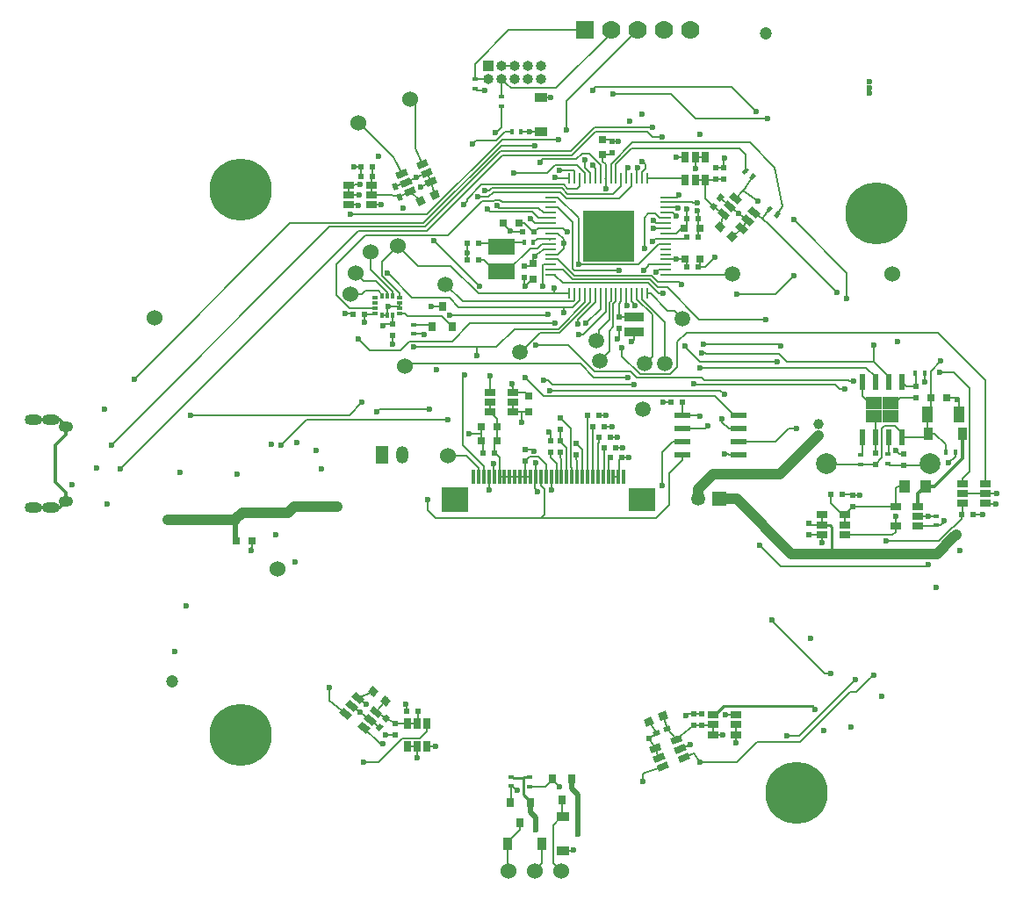
<source format=gbr>
G04 #@! TF.GenerationSoftware,KiCad,Pcbnew,(5.0.2)-1*
G04 #@! TF.CreationDate,2019-01-08T10:51:14-07:00*
G04 #@! TF.ProjectId,MagSensor,4d616753-656e-4736-9f72-2e6b69636164,rev?*
G04 #@! TF.SameCoordinates,Original*
G04 #@! TF.FileFunction,Copper,L4,Bot*
G04 #@! TF.FilePolarity,Positive*
%FSLAX46Y46*%
G04 Gerber Fmt 4.6, Leading zero omitted, Abs format (unit mm)*
G04 Created by KiCad (PCBNEW (5.0.2)-1) date 1/8/2019 10:51:14 AM*
%MOMM*%
%LPD*%
G01*
G04 APERTURE LIST*
G04 #@! TA.AperFunction,SMDPad,CuDef*
%ADD10R,0.800000X0.900000*%
G04 #@! TD*
G04 #@! TA.AperFunction,ComponentPad*
%ADD11C,2.000000*%
G04 #@! TD*
G04 #@! TA.AperFunction,ComponentPad*
%ADD12R,1.350000X1.350000*%
G04 #@! TD*
G04 #@! TA.AperFunction,ComponentPad*
%ADD13C,1.350000*%
G04 #@! TD*
G04 #@! TA.AperFunction,SMDPad,CuDef*
%ADD14C,0.650000*%
G04 #@! TD*
G04 #@! TA.AperFunction,Conductor*
%ADD15C,0.100000*%
G04 #@! TD*
G04 #@! TA.AperFunction,SMDPad,CuDef*
%ADD16R,1.000000X0.250000*%
G04 #@! TD*
G04 #@! TA.AperFunction,SMDPad,CuDef*
%ADD17R,0.250000X1.000000*%
G04 #@! TD*
G04 #@! TA.AperFunction,SMDPad,CuDef*
%ADD18R,4.900000X4.900000*%
G04 #@! TD*
G04 #@! TA.AperFunction,SMDPad,CuDef*
%ADD19R,0.500000X0.600000*%
G04 #@! TD*
G04 #@! TA.AperFunction,ComponentPad*
%ADD20R,1.000000X1.000000*%
G04 #@! TD*
G04 #@! TA.AperFunction,ComponentPad*
%ADD21O,1.000000X1.000000*%
G04 #@! TD*
G04 #@! TA.AperFunction,SMDPad,CuDef*
%ADD22R,1.000000X1.250000*%
G04 #@! TD*
G04 #@! TA.AperFunction,SMDPad,CuDef*
%ADD23R,0.600000X0.500000*%
G04 #@! TD*
G04 #@! TA.AperFunction,SMDPad,CuDef*
%ADD24R,1.060000X0.650000*%
G04 #@! TD*
G04 #@! TA.AperFunction,SMDPad,CuDef*
%ADD25R,0.600000X0.400000*%
G04 #@! TD*
G04 #@! TA.AperFunction,SMDPad,CuDef*
%ADD26R,0.400000X0.600000*%
G04 #@! TD*
G04 #@! TA.AperFunction,SMDPad,CuDef*
%ADD27C,0.400000*%
G04 #@! TD*
G04 #@! TA.AperFunction,SMDPad,CuDef*
%ADD28R,2.600000X1.500000*%
G04 #@! TD*
G04 #@! TA.AperFunction,ComponentPad*
%ADD29C,1.524000*%
G04 #@! TD*
G04 #@! TA.AperFunction,SMDPad,CuDef*
%ADD30C,0.500000*%
G04 #@! TD*
G04 #@! TA.AperFunction,SMDPad,CuDef*
%ADD31R,0.900000X1.200000*%
G04 #@! TD*
G04 #@! TA.AperFunction,SMDPad,CuDef*
%ADD32R,1.200000X0.900000*%
G04 #@! TD*
G04 #@! TA.AperFunction,SMDPad,CuDef*
%ADD33R,0.800000X0.750000*%
G04 #@! TD*
G04 #@! TA.AperFunction,SMDPad,CuDef*
%ADD34R,1.900000X0.850000*%
G04 #@! TD*
G04 #@! TA.AperFunction,WasherPad*
%ADD35C,6.000000*%
G04 #@! TD*
G04 #@! TA.AperFunction,ComponentPad*
%ADD36O,1.700000X1.000000*%
G04 #@! TD*
G04 #@! TA.AperFunction,ComponentPad*
%ADD37O,1.400000X1.000000*%
G04 #@! TD*
G04 #@! TA.AperFunction,ComponentPad*
%ADD38R,1.200000X1.700000*%
G04 #@! TD*
G04 #@! TA.AperFunction,ComponentPad*
%ADD39O,1.200000X1.700000*%
G04 #@! TD*
G04 #@! TA.AperFunction,ComponentPad*
%ADD40C,1.200000*%
G04 #@! TD*
G04 #@! TA.AperFunction,SMDPad,CuDef*
%ADD41R,0.600000X1.550000*%
G04 #@! TD*
G04 #@! TA.AperFunction,SMDPad,CuDef*
%ADD42R,1.600000X1.200000*%
G04 #@! TD*
G04 #@! TA.AperFunction,ViaPad*
%ADD43C,0.600000*%
G04 #@! TD*
G04 #@! TA.AperFunction,SMDPad,CuDef*
%ADD44R,0.750000X0.800000*%
G04 #@! TD*
G04 #@! TA.AperFunction,SMDPad,CuDef*
%ADD45R,1.550000X0.600000*%
G04 #@! TD*
G04 #@! TA.AperFunction,SMDPad,CuDef*
%ADD46R,0.650000X1.060000*%
G04 #@! TD*
G04 #@! TA.AperFunction,SMDPad,CuDef*
%ADD47R,1.000000X1.600000*%
G04 #@! TD*
G04 #@! TA.AperFunction,ComponentPad*
%ADD48R,1.778000X1.778000*%
G04 #@! TD*
G04 #@! TA.AperFunction,ComponentPad*
%ADD49C,1.778000*%
G04 #@! TD*
G04 #@! TA.AperFunction,SMDPad,CuDef*
%ADD50R,0.300000X1.400000*%
G04 #@! TD*
G04 #@! TA.AperFunction,SMDPad,CuDef*
%ADD51R,2.650000X2.330000*%
G04 #@! TD*
G04 #@! TA.AperFunction,SMDPad,CuDef*
%ADD52R,2.650000X2.300000*%
G04 #@! TD*
G04 #@! TA.AperFunction,SMDPad,CuDef*
%ADD53C,0.750000*%
G04 #@! TD*
G04 #@! TA.AperFunction,SMDPad,CuDef*
%ADD54R,0.350000X0.580000*%
G04 #@! TD*
G04 #@! TA.AperFunction,SMDPad,CuDef*
%ADD55R,0.580000X0.350000*%
G04 #@! TD*
G04 #@! TA.AperFunction,ComponentPad*
%ADD56C,1.500000*%
G04 #@! TD*
G04 #@! TA.AperFunction,ViaPad*
%ADD57C,1.000000*%
G04 #@! TD*
G04 #@! TA.AperFunction,Conductor*
%ADD58C,0.200000*%
G04 #@! TD*
G04 #@! TA.AperFunction,Conductor*
%ADD59C,1.000000*%
G04 #@! TD*
G04 #@! TA.AperFunction,Conductor*
%ADD60C,0.250000*%
G04 #@! TD*
G04 #@! TA.AperFunction,Conductor*
%ADD61C,0.500000*%
G04 #@! TD*
G04 #@! TA.AperFunction,Conductor*
%ADD62C,0.300000*%
G04 #@! TD*
G04 APERTURE END LIST*
D10*
G04 #@! TO.P,Q2,1*
G04 #@! TO.N,/Sensors and Interfaces/~Relay1*
X127348088Y-157405684D03*
G04 #@! TO.P,Q2,2*
G04 #@! TO.N,+BATT*
X129248088Y-157405684D03*
G04 #@! TO.P,Q2,3*
G04 #@! TO.N,Net-(D7-Pad1)*
X128298088Y-159405684D03*
G04 #@! TD*
D11*
G04 #@! TO.P,U16,1*
G04 #@! TO.N,/Piezo/V_Piezo*
X153750000Y-127000000D03*
G04 #@! TO.P,U16,2*
G04 #@! TO.N,Net-(C55-Pad2)*
X163750000Y-127000000D03*
G04 #@! TD*
D12*
G04 #@! TO.P,JP1,1*
G04 #@! TO.N,+BATT*
X143423088Y-130405684D03*
D13*
G04 #@! TO.P,JP1,2*
G04 #@! TO.N,Net-(JP1-Pad2)*
X141423088Y-130405684D03*
G04 #@! TD*
D14*
G04 #@! TO.P,U20,1*
G04 #@! TO.N,/Sensors and Interfaces/I2C_0_CLK*
X107443988Y-151140048D03*
D15*
G04 #@! TD*
G04 #@! TO.N,/Sensors and Interfaces/I2C_0_CLK*
G04 #@! TO.C,U20*
G36*
X106825663Y-151075244D02*
X107221358Y-150559565D01*
X108062313Y-151204852D01*
X107666618Y-151720531D01*
X106825663Y-151075244D01*
X106825663Y-151075244D01*
G37*
D14*
G04 #@! TO.P,U20,2*
G04 #@! TO.N,GND*
X108022311Y-150386362D03*
D15*
G04 #@! TD*
G04 #@! TO.N,GND*
G04 #@! TO.C,U20*
G36*
X107403986Y-150321558D02*
X107799681Y-149805879D01*
X108640636Y-150451166D01*
X108244941Y-150966845D01*
X107403986Y-150321558D01*
X107403986Y-150321558D01*
G37*
D14*
G04 #@! TO.P,U20,3*
G04 #@! TO.N,GND*
X108600635Y-149632677D03*
D15*
G04 #@! TD*
G04 #@! TO.N,GND*
G04 #@! TO.C,U20*
G36*
X107982310Y-149567873D02*
X108378005Y-149052194D01*
X109218960Y-149697481D01*
X108823265Y-150213160D01*
X107982310Y-149567873D01*
X107982310Y-149567873D01*
G37*
D14*
G04 #@! TO.P,U20,4*
G04 #@! TO.N,/Sensors and Interfaces/PowerMagSense2*
X110346012Y-150971952D03*
D15*
G04 #@! TD*
G04 #@! TO.N,/Sensors and Interfaces/PowerMagSense2*
G04 #@! TO.C,U20*
G36*
X109727687Y-150907148D02*
X110123382Y-150391469D01*
X110964337Y-151036756D01*
X110568642Y-151552435D01*
X109727687Y-150907148D01*
X109727687Y-150907148D01*
G37*
D14*
G04 #@! TO.P,U20,6*
G04 #@! TO.N,/Sensors and Interfaces/I2C_0_DTA*
X109189365Y-152479323D03*
D15*
G04 #@! TD*
G04 #@! TO.N,/Sensors and Interfaces/I2C_0_DTA*
G04 #@! TO.C,U20*
G36*
X108571040Y-152414519D02*
X108966735Y-151898840D01*
X109807690Y-152544127D01*
X109411995Y-153059806D01*
X108571040Y-152414519D01*
X108571040Y-152414519D01*
G37*
D14*
G04 #@! TO.P,U20,5*
G04 #@! TO.N,GND*
X109767689Y-151725638D03*
D15*
G04 #@! TD*
G04 #@! TO.N,GND*
G04 #@! TO.C,U20*
G36*
X109149364Y-151660834D02*
X109545059Y-151145155D01*
X110386014Y-151790442D01*
X109990319Y-152306121D01*
X109149364Y-151660834D01*
X109149364Y-151660834D01*
G37*
D16*
G04 #@! TO.P,U6,1*
G04 #@! TO.N,/LEDs/LED_BLU*
X138291258Y-101326286D03*
G04 #@! TO.P,U6,2*
G04 #@! TO.N,/LEDs/LED_GRN*
X138291258Y-101826286D03*
G04 #@! TO.P,U6,3*
G04 #@! TO.N,/LEDs/LED_RED*
X138291258Y-102326286D03*
G04 #@! TO.P,U6,4*
G04 #@! TO.N,/Piezo/PZ*
X138291258Y-102826286D03*
G04 #@! TO.P,U6,5*
G04 #@! TO.N,/Piezo/vPU~D*
X138291258Y-103326286D03*
G04 #@! TO.P,U6,6*
G04 #@! TO.N,/Sensors and Interfaces/USB-*
X138291258Y-103826286D03*
G04 #@! TO.P,U6,7*
G04 #@! TO.N,/Sensors and Interfaces/USB+*
X138291258Y-104326286D03*
G04 #@! TO.P,U6,8*
G04 #@! TO.N,+3V3*
X138291258Y-104826286D03*
G04 #@! TO.P,U6,9*
G04 #@! TO.N,Net-(C10-Pad1)*
X138291258Y-105326286D03*
G04 #@! TO.P,U6,10*
G04 #@! TO.N,/IMU_Wake/HIB_IO*
X138291258Y-105826286D03*
G04 #@! TO.P,U6,11*
G04 #@! TO.N,N/C*
X138291258Y-106326286D03*
G04 #@! TO.P,U6,12*
X138291258Y-106826286D03*
G04 #@! TO.P,U6,13*
G04 #@! TO.N,+3V3*
X138291258Y-107326286D03*
G04 #@! TO.P,U6,14*
G04 #@! TO.N,/Power/VBatDiv*
X138291258Y-107826286D03*
G04 #@! TO.P,U6,15*
G04 #@! TO.N,/Power/ChargeStat*
X138291258Y-108326286D03*
G04 #@! TO.P,U6,16*
G04 #@! TO.N,Net-(MP5-Pad1)*
X138291258Y-108826286D03*
G04 #@! TO.P,U6,33*
G04 #@! TO.N,/Sensors and Interfaces/~Relay2*
X127191258Y-108826286D03*
G04 #@! TO.P,U6,34*
G04 #@! TO.N,/Sensors and Interfaces/~Relay1*
X127191258Y-108326286D03*
G04 #@! TO.P,U6,35*
G04 #@! TO.N,/Piezo/PZ_EN*
X127191258Y-107826286D03*
G04 #@! TO.P,U6,36*
G04 #@! TO.N,/Piezo/~PZ*
X127191258Y-107326286D03*
G04 #@! TO.P,U6,37*
G04 #@! TO.N,GND*
X127191258Y-106826286D03*
G04 #@! TO.P,U6,38*
G04 #@! TO.N,+3V3*
X127191258Y-106326286D03*
G04 #@! TO.P,U6,39*
G04 #@! TO.N,Net-(C18-Pad1)*
X127191258Y-105826286D03*
G04 #@! TO.P,U6,40*
G04 #@! TO.N,Net-(R10-Pad2)*
X127191258Y-105326286D03*
G04 #@! TO.P,U6,41*
G04 #@! TO.N,GND*
X127191258Y-104826286D03*
G04 #@! TO.P,U6,42*
G04 #@! TO.N,Net-(C10-Pad1)*
X127191258Y-104326286D03*
G04 #@! TO.P,U6,43*
G04 #@! TO.N,/Sensors and Interfaces/RESET*
X127191258Y-103826286D03*
G04 #@! TO.P,U6,44*
G04 #@! TO.N,/Sensors and Interfaces/TMS*
X127191258Y-103326286D03*
G04 #@! TO.P,U6,45*
G04 #@! TO.N,/Sensors and Interfaces/TCK*
X127191258Y-102826286D03*
G04 #@! TO.P,U6,46*
G04 #@! TO.N,/Piezo/~vPCS*
X127191258Y-102326286D03*
G04 #@! TO.P,U6,47*
G04 #@! TO.N,/IMU_Wake/IMU_INTTERRUPT2*
X127191258Y-101826286D03*
G04 #@! TO.P,U6,48*
G04 #@! TO.N,/IMU_Wake/HIB_IO*
X127191258Y-101326286D03*
D17*
G04 #@! TO.P,U6,17*
G04 #@! TO.N,Net-(MP6-Pad1)*
X136491258Y-110626286D03*
G04 #@! TO.P,U6,18*
G04 #@! TO.N,Net-(MP7-Pad1)*
X135991258Y-110626286D03*
G04 #@! TO.P,U6,19*
G04 #@! TO.N,Net-(MP8-Pad1)*
X135491258Y-110626286D03*
G04 #@! TO.P,U6,20*
G04 #@! TO.N,Net-(MP9-Pad1)*
X134991258Y-110626286D03*
G04 #@! TO.P,U6,21*
G04 #@! TO.N,GND*
X134491258Y-110626286D03*
G04 #@! TO.P,U6,22*
G04 #@! TO.N,/xmc4200/VAREF*
X133991258Y-110626286D03*
G04 #@! TO.P,U6,23*
G04 #@! TO.N,Net-(MP3-Pad1)*
X133491258Y-110626286D03*
G04 #@! TO.P,U6,24*
G04 #@! TO.N,Net-(MP4-Pad1)*
X132991258Y-110626286D03*
G04 #@! TO.P,U6,25*
G04 #@! TO.N,/LCD/LCD_A0*
X132491258Y-110626286D03*
G04 #@! TO.P,U6,26*
G04 #@! TO.N,/LCD/~LCD_CS*
X131991258Y-110626286D03*
G04 #@! TO.P,U6,27*
G04 #@! TO.N,/IMU_Wake/~IMU_CS*
X131491258Y-110626286D03*
G04 #@! TO.P,U6,28*
G04 #@! TO.N,Net-(MP1-Pad1)*
X130991258Y-110626286D03*
G04 #@! TO.P,U6,29*
G04 #@! TO.N,/IMU_Wake/SPI_MOSI*
X130491258Y-110626286D03*
G04 #@! TO.P,U6,30*
G04 #@! TO.N,/IMU_Wake/SPI_CLK*
X129991258Y-110626286D03*
G04 #@! TO.P,U6,31*
G04 #@! TO.N,Net-(MP2-Pad1)*
X129491258Y-110626286D03*
G04 #@! TO.P,U6,32*
G04 #@! TO.N,/IMU_Wake/SPI_MISO*
X128991258Y-110626286D03*
G04 #@! TO.P,U6,49*
G04 #@! TO.N,/xmc4200/~eeCs*
X128991258Y-99526286D03*
G04 #@! TO.P,U6,50*
G04 #@! TO.N,/LCD/~LCD_BACKLIGHT*
X129491258Y-99526286D03*
G04 #@! TO.P,U6,51*
G04 #@! TO.N,/LCD/~LCD_RESET*
X129991258Y-99526286D03*
G04 #@! TO.P,U6,52*
G04 #@! TO.N,/LCD/LCD_EN*
X130491258Y-99526286D03*
G04 #@! TO.P,U6,53*
G04 #@! TO.N,/xmc4200/~eeHold*
X130991258Y-99526286D03*
G04 #@! TO.P,U6,54*
G04 #@! TO.N,/xmc4200/~eeWp*
X131491258Y-99526286D03*
G04 #@! TO.P,U6,55*
G04 #@! TO.N,/Sensors and Interfaces/VBUS_DETECT*
X131991258Y-99526286D03*
G04 #@! TO.P,U6,56*
G04 #@! TO.N,+3V3*
X132491258Y-99526286D03*
G04 #@! TO.P,U6,57*
G04 #@! TO.N,/Sensors and Interfaces/I2cPuC*
X132991258Y-99526286D03*
G04 #@! TO.P,U6,58*
G04 #@! TO.N,/Sensors and Interfaces/I2cPuD*
X133491258Y-99526286D03*
G04 #@! TO.P,U6,59*
G04 #@! TO.N,/Sensors and Interfaces/I2C_0_CLK*
X133991258Y-99526286D03*
G04 #@! TO.P,U6,60*
G04 #@! TO.N,/Sensors and Interfaces/S_PWR1_EN*
X134491258Y-99526286D03*
G04 #@! TO.P,U6,61*
G04 #@! TO.N,/Sensors and Interfaces/I2C_0_DTA*
X134991258Y-99526286D03*
G04 #@! TO.P,U6,62*
G04 #@! TO.N,/Sensors and Interfaces/S_PWR2_EN*
X135491258Y-99526286D03*
G04 #@! TO.P,U6,63*
G04 #@! TO.N,/Sensors and Interfaces/S_PWR3_EN*
X135991258Y-99526286D03*
G04 #@! TO.P,U6,64*
G04 #@! TO.N,/Sensors and Interfaces/S_PWR4_EN*
X136491258Y-99526286D03*
D18*
G04 #@! TO.P,U6,65*
G04 #@! TO.N,GND*
X132741258Y-105076286D03*
G04 #@! TD*
D19*
G04 #@! TO.P,C30,1*
G04 #@! TO.N,Net-(C27-Pad1)*
X128123088Y-124830684D03*
G04 #@! TO.P,C30,2*
G04 #@! TO.N,Net-(C30-Pad2)*
X128123088Y-125930684D03*
G04 #@! TD*
G04 #@! TO.P,C14,1*
G04 #@! TO.N,+3V3*
X124623088Y-107955684D03*
G04 #@! TO.P,C14,2*
G04 #@! TO.N,GND*
X124623088Y-109055684D03*
G04 #@! TD*
D20*
G04 #@! TO.P,P3,1*
G04 #@! TO.N,+3V3*
X121198088Y-88652284D03*
D21*
G04 #@! TO.P,P3,2*
G04 #@! TO.N,Net-(P3-Pad2)*
X121198088Y-89922284D03*
G04 #@! TO.P,P3,3*
G04 #@! TO.N,GND*
X122468088Y-88652284D03*
G04 #@! TO.P,P3,4*
G04 #@! TO.N,Net-(P3-Pad4)*
X122468088Y-89922284D03*
G04 #@! TO.P,P3,5*
G04 #@! TO.N,GND*
X123738088Y-88652284D03*
G04 #@! TO.P,P3,6*
G04 #@! TO.N,N/C*
X123738088Y-89922284D03*
G04 #@! TO.P,P3,7*
X125008088Y-88652284D03*
G04 #@! TO.P,P3,8*
X125008088Y-89922284D03*
G04 #@! TO.P,P3,9*
X126278088Y-88652284D03*
G04 #@! TO.P,P3,10*
G04 #@! TO.N,Net-(D5-Pad1)*
X126278088Y-89922284D03*
G04 #@! TD*
D22*
G04 #@! TO.P,L4,1*
G04 #@! TO.N,Net-(C69-Pad1)*
X161323088Y-129205684D03*
G04 #@! TO.P,L4,2*
G04 #@! TO.N,Net-(D2-Pad2)*
X163323088Y-129205684D03*
G04 #@! TD*
D23*
G04 #@! TO.P,C1,1*
G04 #@! TO.N,+3V3*
X139923088Y-121105684D03*
G04 #@! TO.P,C1,2*
G04 #@! TO.N,GND*
X138823088Y-121105684D03*
G04 #@! TD*
G04 #@! TO.P,C11,1*
G04 #@! TO.N,Net-(C10-Pad1)*
X140284937Y-105182645D03*
G04 #@! TO.P,C11,2*
G04 #@! TO.N,GND*
X141384937Y-105182645D03*
G04 #@! TD*
G04 #@! TO.P,C13,1*
G04 #@! TO.N,+3V3*
X140300177Y-108047765D03*
G04 #@! TO.P,C13,2*
G04 #@! TO.N,GND*
X141400177Y-108047765D03*
G04 #@! TD*
G04 #@! TO.P,C15,1*
G04 #@! TO.N,+3V3*
X140305257Y-103369085D03*
G04 #@! TO.P,C15,2*
G04 #@! TO.N,GND*
X141405257Y-103369085D03*
G04 #@! TD*
G04 #@! TO.P,C18,1*
G04 #@! TO.N,Net-(C18-Pad1)*
X120273088Y-107405684D03*
G04 #@! TO.P,C18,2*
G04 #@! TO.N,GND*
X119173088Y-107405684D03*
G04 #@! TD*
G04 #@! TO.P,C19,1*
G04 #@! TO.N,Net-(C19-Pad1)*
X120273088Y-105805684D03*
G04 #@! TO.P,C19,2*
G04 #@! TO.N,GND*
X119173088Y-105805684D03*
G04 #@! TD*
D19*
G04 #@! TO.P,C20,1*
G04 #@! TO.N,/xmc4200/VAREF*
X133768088Y-112897284D03*
G04 #@! TO.P,C20,2*
G04 #@! TO.N,GND*
X133768088Y-113997284D03*
G04 #@! TD*
D23*
G04 #@! TO.P,C21,1*
G04 #@! TO.N,/Sensors and Interfaces/PowerMagSense1*
X109973088Y-99305684D03*
G04 #@! TO.P,C21,2*
G04 #@! TO.N,GND*
X108873088Y-99305684D03*
G04 #@! TD*
G04 #@! TO.P,C25,1*
G04 #@! TO.N,GND*
X108103088Y-112585684D03*
G04 #@! TO.P,C25,2*
G04 #@! TO.N,+3V3*
X109203088Y-112585684D03*
G04 #@! TD*
D19*
G04 #@! TO.P,C27,1*
G04 #@! TO.N,Net-(C27-Pad1)*
X128123088Y-123705684D03*
G04 #@! TO.P,C27,2*
G04 #@! TO.N,Net-(C27-Pad2)*
X128123088Y-122605684D03*
G04 #@! TD*
D23*
G04 #@! TO.P,C28,1*
G04 #@! TO.N,GND*
X131818088Y-122347284D03*
G04 #@! TO.P,C28,2*
G04 #@! TO.N,Net-(C28-Pad2)*
X130718088Y-122347284D03*
G04 #@! TD*
G04 #@! TO.P,C29,1*
G04 #@! TO.N,GND*
X133418088Y-125473364D03*
G04 #@! TO.P,C29,2*
G04 #@! TO.N,Net-(C29-Pad2)*
X132318088Y-125473364D03*
G04 #@! TD*
D19*
G04 #@! TO.P,C31,1*
G04 #@! TO.N,Net-(C31-Pad1)*
X129648088Y-125030684D03*
G04 #@! TO.P,C31,2*
G04 #@! TO.N,Net-(C31-Pad2)*
X129648088Y-126130684D03*
G04 #@! TD*
D23*
G04 #@! TO.P,C32,1*
G04 #@! TO.N,GND*
X132373088Y-123447284D03*
G04 #@! TO.P,C32,2*
G04 #@! TO.N,Net-(C32-Pad2)*
X131273088Y-123447284D03*
G04 #@! TD*
G04 #@! TO.P,C33,1*
G04 #@! TO.N,GND*
X134018088Y-126413164D03*
G04 #@! TO.P,C33,2*
G04 #@! TO.N,Net-(C33-Pad2)*
X132918088Y-126413164D03*
G04 #@! TD*
D19*
G04 #@! TO.P,C34,1*
G04 #@! TO.N,GND*
X127183008Y-124821764D03*
G04 #@! TO.P,C34,2*
G04 #@! TO.N,Net-(C34-Pad2)*
X127183008Y-125921764D03*
G04 #@! TD*
D23*
G04 #@! TO.P,C35,1*
G04 #@! TO.N,GND*
X132918088Y-124508164D03*
G04 #@! TO.P,C35,2*
G04 #@! TO.N,Net-(C35-Pad2)*
X131818088Y-124508164D03*
G04 #@! TD*
D19*
G04 #@! TO.P,C36,1*
G04 #@! TO.N,Net-(C23-Pad1)*
X124763088Y-126725684D03*
G04 #@! TO.P,C36,2*
G04 #@! TO.N,GND*
X124763088Y-125625684D03*
G04 #@! TD*
D24*
G04 #@! TO.P,G1,1*
G04 #@! TO.N,Net-(D2-Pad2)*
X162623088Y-131155684D03*
G04 #@! TO.P,G1,2*
G04 #@! TO.N,GND*
X162623088Y-132105684D03*
G04 #@! TO.P,G1,3*
G04 #@! TO.N,Net-(G1-Pad3)*
X162623088Y-133055684D03*
G04 #@! TO.P,G1,4*
G04 #@! TO.N,/Piezo/PZ_EN*
X160423088Y-133055684D03*
G04 #@! TO.P,G1,5*
G04 #@! TO.N,Net-(C69-Pad1)*
X160423088Y-131155684D03*
G04 #@! TD*
D10*
G04 #@! TO.P,Q1,1*
G04 #@! TO.N,Net-(Q1-Pad1)*
X117700248Y-113851484D03*
G04 #@! TO.P,Q1,2*
G04 #@! TO.N,Net-(Q1-Pad2)*
X115800248Y-113851484D03*
G04 #@! TO.P,Q1,3*
G04 #@! TO.N,+3V3*
X116750248Y-111851484D03*
G04 #@! TD*
D25*
G04 #@! TO.P,R4,1*
G04 #@! TO.N,/Sensors and Interfaces/TMS*
X119903088Y-90835684D03*
G04 #@! TO.P,R4,2*
G04 #@! TO.N,Net-(P3-Pad2)*
X119903088Y-89935684D03*
G04 #@! TD*
G04 #@! TO.P,R5,1*
G04 #@! TO.N,/Sensors and Interfaces/TCK*
X122448088Y-92530684D03*
G04 #@! TO.P,R5,2*
G04 #@! TO.N,Net-(P3-Pad4)*
X122448088Y-91630684D03*
G04 #@! TD*
D26*
G04 #@! TO.P,R7,1*
G04 #@! TO.N,/Piezo/PZ_EN*
X163223088Y-118305684D03*
G04 #@! TO.P,R7,2*
G04 #@! TO.N,Net-(C47-Pad2)*
X162323088Y-118305684D03*
G04 #@! TD*
G04 #@! TO.P,R8,1*
G04 #@! TO.N,/Piezo/V_Piezo*
X165281088Y-125900084D03*
G04 #@! TO.P,R8,2*
G04 #@! TO.N,Net-(G1-Pad3)*
X166181088Y-125900084D03*
G04 #@! TD*
D25*
G04 #@! TO.P,R9,1*
G04 #@! TO.N,Net-(G1-Pad3)*
X164323088Y-132955684D03*
G04 #@! TO.P,R9,2*
G04 #@! TO.N,GND*
X164323088Y-132055684D03*
G04 #@! TD*
D26*
G04 #@! TO.P,R10,1*
G04 #@! TO.N,Net-(C19-Pad1)*
X124623088Y-105705684D03*
G04 #@! TO.P,R10,2*
G04 #@! TO.N,Net-(R10-Pad2)*
X125523088Y-105705684D03*
G04 #@! TD*
G04 #@! TO.P,R11,1*
G04 #@! TO.N,+3V3*
X123443088Y-95005684D03*
G04 #@! TO.P,R11,2*
G04 #@! TO.N,/Sensors and Interfaces/RESET*
X124343088Y-95005684D03*
G04 #@! TD*
D27*
G04 #@! TO.P,R16,1*
G04 #@! TO.N,/Sensors and Interfaces/I2cPuD*
X145968479Y-98803741D03*
D15*
G04 #@! TD*
G04 #@! TO.N,/Sensors and Interfaces/I2cPuD*
G04 #@! TO.C,R16*
G36*
X145627180Y-98919995D02*
X145992437Y-98443983D01*
X146309778Y-98687487D01*
X145944521Y-99163499D01*
X145627180Y-98919995D01*
X145627180Y-98919995D01*
G37*
D27*
G04 #@! TO.P,R16,2*
G04 #@! TO.N,/Sensors and Interfaces/I2C_0_DTA*
X146682497Y-99351627D03*
D15*
G04 #@! TD*
G04 #@! TO.N,/Sensors and Interfaces/I2C_0_DTA*
G04 #@! TO.C,R16*
G36*
X146341198Y-99467881D02*
X146706455Y-98991869D01*
X147023796Y-99235373D01*
X146658539Y-99711385D01*
X146341198Y-99467881D01*
X146341198Y-99467881D01*
G37*
D27*
G04 #@! TO.P,R23,1*
G04 #@! TO.N,/Sensors and Interfaces/I2cPuC*
X149019297Y-103009227D03*
D15*
G04 #@! TD*
G04 #@! TO.N,/Sensors and Interfaces/I2cPuC*
G04 #@! TO.C,R23*
G36*
X149360596Y-102892973D02*
X148995339Y-103368985D01*
X148677998Y-103125481D01*
X149043255Y-102649469D01*
X149360596Y-102892973D01*
X149360596Y-102892973D01*
G37*
D27*
G04 #@! TO.P,R23,2*
G04 #@! TO.N,/Sensors and Interfaces/I2C_0_CLK*
X148305279Y-102461341D03*
D15*
G04 #@! TD*
G04 #@! TO.N,/Sensors and Interfaces/I2C_0_CLK*
G04 #@! TO.C,R23*
G36*
X148646578Y-102345087D02*
X148281321Y-102821099D01*
X147963980Y-102577595D01*
X148329237Y-102101583D01*
X148646578Y-102345087D01*
X148646578Y-102345087D01*
G37*
D25*
G04 #@! TO.P,R39,1*
G04 #@! TO.N,/IMU_Wake/HIB_IO*
X114013088Y-114505684D03*
G04 #@! TO.P,R39,2*
G04 #@! TO.N,Net-(Q1-Pad2)*
X114013088Y-113605684D03*
G04 #@! TD*
D28*
G04 #@! TO.P,Y1,1*
G04 #@! TO.N,Net-(C18-Pad1)*
X122423088Y-108505684D03*
G04 #@! TO.P,Y1,2*
G04 #@! TO.N,Net-(C19-Pad1)*
X122423088Y-106105684D03*
G04 #@! TD*
D29*
G04 #@! TO.P,VBAT_DIV1,1*
G04 #@! TO.N,/Power/VBatDiv*
X113123088Y-117655684D03*
G04 #@! TD*
D23*
G04 #@! TO.P,C10,1*
G04 #@! TO.N,Net-(C10-Pad1)*
X125623088Y-104705684D03*
G04 #@! TO.P,C10,2*
G04 #@! TO.N,GND*
X124523088Y-104705684D03*
G04 #@! TD*
D30*
G04 #@! TO.P,C49,1*
G04 #@! TO.N,GND*
X110688269Y-152442028D03*
D15*
G04 #@! TD*
G04 #@! TO.N,GND*
G04 #@! TO.C,C49*
G36*
X110703979Y-152832224D02*
X110307302Y-152527844D01*
X110672559Y-152051832D01*
X111069236Y-152356212D01*
X110703979Y-152832224D01*
X110703979Y-152832224D01*
G37*
D30*
G04 #@! TO.P,C49,2*
G04 #@! TO.N,/Sensors and Interfaces/PowerMagSense2*
X111357907Y-151569340D03*
D15*
G04 #@! TD*
G04 #@! TO.N,/Sensors and Interfaces/PowerMagSense2*
G04 #@! TO.C,C49*
G36*
X111373617Y-151959536D02*
X110976940Y-151655156D01*
X111342197Y-151179144D01*
X111738874Y-151483524D01*
X111373617Y-151959536D01*
X111373617Y-151959536D01*
G37*
D30*
G04 #@! TO.P,C50,1*
G04 #@! TO.N,GND*
X143557907Y-101369340D03*
D15*
G04 #@! TD*
G04 #@! TO.N,GND*
G04 #@! TO.C,C50*
G36*
X143542197Y-100979144D02*
X143938874Y-101283524D01*
X143573617Y-101759536D01*
X143176940Y-101455156D01*
X143542197Y-100979144D01*
X143542197Y-100979144D01*
G37*
D30*
G04 #@! TO.P,C50,2*
G04 #@! TO.N,/Sensors and Interfaces/PowerMagSense4*
X142888269Y-102242028D03*
D15*
G04 #@! TD*
G04 #@! TO.N,/Sensors and Interfaces/PowerMagSense4*
G04 #@! TO.C,C50*
G36*
X142872559Y-101851832D02*
X143269236Y-102156212D01*
X142903979Y-102632224D01*
X142507302Y-102327844D01*
X142872559Y-101851832D01*
X142872559Y-101851832D01*
G37*
D31*
G04 #@! TO.P,D2,1*
G04 #@! TO.N,/Piezo/V_Piezo*
X163573088Y-124105684D03*
G04 #@! TO.P,D2,2*
G04 #@! TO.N,Net-(D2-Pad2)*
X166873088Y-124105684D03*
G04 #@! TD*
D32*
G04 #@! TO.P,D5,1*
G04 #@! TO.N,Net-(D5-Pad1)*
X126268088Y-91697284D03*
G04 #@! TO.P,D5,2*
G04 #@! TO.N,/Sensors and Interfaces/RESET*
X126268088Y-94997284D03*
G04 #@! TD*
D19*
G04 #@! TO.P,C38,1*
G04 #@! TO.N,/Sensors and Interfaces/PowerMagSense3*
X141023088Y-152255684D03*
G04 #@! TO.P,C38,2*
G04 #@! TO.N,GND*
X141023088Y-151155684D03*
G04 #@! TD*
G04 #@! TO.P,C39,1*
G04 #@! TO.N,+3V3*
X133123088Y-97055684D03*
G04 #@! TO.P,C39,2*
G04 #@! TO.N,GND*
X133123088Y-95955684D03*
G04 #@! TD*
D30*
G04 #@! TO.P,C40,1*
G04 #@! TO.N,GND*
X112212612Y-100297550D03*
D15*
G04 #@! TD*
G04 #@! TO.N,GND*
G04 #@! TO.C,C40*
G36*
X111866837Y-100116057D02*
X112328777Y-99924715D01*
X112558387Y-100479043D01*
X112096447Y-100670385D01*
X111866837Y-100116057D01*
X111866837Y-100116057D01*
G37*
D30*
G04 #@! TO.P,C40,2*
G04 #@! TO.N,/Sensors and Interfaces/PowerMagSense1*
X112633564Y-101313818D03*
D15*
G04 #@! TD*
G04 #@! TO.N,/Sensors and Interfaces/PowerMagSense1*
G04 #@! TO.C,C40*
G36*
X112287789Y-101132325D02*
X112749729Y-100940983D01*
X112979339Y-101495311D01*
X112517399Y-101686653D01*
X112287789Y-101132325D01*
X112287789Y-101132325D01*
G37*
D23*
G04 #@! TO.P,C41,1*
G04 #@! TO.N,/Sensors and Interfaces/PowerMagSense1*
X109973088Y-98405684D03*
G04 #@! TO.P,C41,2*
G04 #@! TO.N,GND*
X108873088Y-98405684D03*
G04 #@! TD*
D19*
G04 #@! TO.P,C42,1*
G04 #@! TO.N,/Sensors and Interfaces/PowerMagSense3*
X141723088Y-152255684D03*
G04 #@! TO.P,C42,2*
G04 #@! TO.N,GND*
X141723088Y-151155684D03*
G04 #@! TD*
D33*
G04 #@! TO.P,C43,1*
G04 #@! TO.N,+BATT*
X96873088Y-134505684D03*
G04 #@! TO.P,C43,2*
G04 #@! TO.N,GND*
X98373088Y-134505684D03*
G04 #@! TD*
D19*
G04 #@! TO.P,C47,1*
G04 #@! TO.N,GND*
X162423088Y-120655684D03*
G04 #@! TO.P,C47,2*
G04 #@! TO.N,Net-(C47-Pad2)*
X162423088Y-119555684D03*
G04 #@! TD*
G04 #@! TO.P,C55,1*
G04 #@! TO.N,GND*
X161223088Y-126055684D03*
G04 #@! TO.P,C55,2*
G04 #@! TO.N,Net-(C55-Pad2)*
X161223088Y-127155684D03*
G04 #@! TD*
G04 #@! TO.P,C56,1*
G04 #@! TO.N,GND*
X158517488Y-126010484D03*
G04 #@! TO.P,C56,2*
G04 #@! TO.N,/Piezo/V_Piezo*
X158517488Y-127110484D03*
G04 #@! TD*
D30*
G04 #@! TO.P,C59,1*
G04 #@! TO.N,GND*
X137404954Y-153006160D03*
D15*
G04 #@! TD*
G04 #@! TO.N,GND*
G04 #@! TO.C,C59*
G36*
X137223461Y-153351935D02*
X137032119Y-152889995D01*
X137586447Y-152660385D01*
X137777789Y-153122325D01*
X137223461Y-153351935D01*
X137223461Y-153351935D01*
G37*
D30*
G04 #@! TO.P,C59,2*
G04 #@! TO.N,/Sensors and Interfaces/PowerMagSense3*
X138421222Y-152585208D03*
D15*
G04 #@! TD*
G04 #@! TO.N,/Sensors and Interfaces/PowerMagSense3*
G04 #@! TO.C,C59*
G36*
X138239729Y-152930983D02*
X138048387Y-152469043D01*
X138602715Y-152239433D01*
X138794057Y-152701373D01*
X138239729Y-152930983D01*
X138239729Y-152930983D01*
G37*
D23*
G04 #@! TO.P,C60,1*
G04 #@! TO.N,/Sensors and Interfaces/PowerMagSense2*
X114373088Y-150905684D03*
G04 #@! TO.P,C60,2*
G04 #@! TO.N,GND*
X113273088Y-150905684D03*
G04 #@! TD*
D19*
G04 #@! TO.P,C61,1*
G04 #@! TO.N,/Sensors and Interfaces/PowerMagSense4*
X143103088Y-99595684D03*
G04 #@! TO.P,C61,2*
G04 #@! TO.N,GND*
X143103088Y-98495684D03*
G04 #@! TD*
D32*
G04 #@! TO.P,D7,1*
G04 #@! TO.N,Net-(D7-Pad1)*
X128359095Y-161091191D03*
G04 #@! TO.P,D7,2*
G04 #@! TO.N,GND*
X128359095Y-164391191D03*
G04 #@! TD*
D31*
G04 #@! TO.P,D8,1*
G04 #@! TO.N,Net-(D8-Pad1)*
X123026095Y-163670831D03*
G04 #@! TO.P,D8,2*
G04 #@! TO.N,GND*
X126326095Y-163670831D03*
G04 #@! TD*
D29*
G04 #@! TO.P,P5,1*
G04 #@! TO.N,Net-(D7-Pad1)*
X128166535Y-166266711D03*
G04 #@! TO.P,P5,2*
G04 #@! TO.N,GND*
X125626535Y-166266711D03*
G04 #@! TO.P,P5,3*
G04 #@! TO.N,Net-(D8-Pad1)*
X123086535Y-166266711D03*
G04 #@! TD*
D10*
G04 #@! TO.P,Q3,1*
G04 #@! TO.N,/Sensors and Interfaces/~Relay2*
X123309535Y-159664231D03*
G04 #@! TO.P,Q3,2*
G04 #@! TO.N,+BATT*
X125209535Y-159664231D03*
G04 #@! TO.P,Q3,3*
G04 #@! TO.N,Net-(D8-Pad1)*
X124259535Y-161664231D03*
G04 #@! TD*
D25*
G04 #@! TO.P,R72,1*
G04 #@! TO.N,/Sensors and Interfaces/~Relay1*
X125198088Y-158155684D03*
G04 #@! TO.P,R72,2*
G04 #@! TO.N,+BATT*
X125198088Y-157255684D03*
G04 #@! TD*
G04 #@! TO.P,R73,1*
G04 #@! TO.N,/Sensors and Interfaces/~Relay2*
X123348088Y-158105684D03*
G04 #@! TO.P,R73,2*
G04 #@! TO.N,+BATT*
X123348088Y-157205684D03*
G04 #@! TD*
D34*
G04 #@! TO.P,L2,1*
G04 #@! TO.N,+3V3*
X135193088Y-114297284D03*
G04 #@! TO.P,L2,2*
G04 #@! TO.N,/xmc4200/VAREF*
X135193088Y-112847284D03*
G04 #@! TD*
D35*
G04 #@! TO.P,MNT1,*
G04 #@! TO.N,*
X97282000Y-153162000D03*
G04 #@! TD*
G04 #@! TO.P,MNT2,*
G04 #@! TO.N,*
X150876000Y-158750000D03*
G04 #@! TD*
G04 #@! TO.P,MNT3,*
G04 #@! TO.N,*
X158623000Y-102870000D03*
G04 #@! TD*
G04 #@! TO.P,MNT4,*
G04 #@! TO.N,*
X97282000Y-100584000D03*
G04 #@! TD*
D36*
G04 #@! TO.P,P2,6*
G04 #@! TO.N,Net-(C22-Pad1)*
X77306248Y-122797764D03*
X77306248Y-131247764D03*
X79056248Y-122797764D03*
X79056248Y-131247764D03*
D37*
X80456248Y-130622764D03*
X80456248Y-123422764D03*
G04 #@! TD*
D38*
G04 #@! TO.P,P4,1*
G04 #@! TO.N,Net-(P4-Pad1)*
X110923088Y-126205684D03*
D39*
G04 #@! TO.P,P4,2*
G04 #@! TO.N,Net-(P4-Pad2)*
X112923088Y-126205684D03*
G04 #@! TD*
D14*
G04 #@! TO.P,U19,1*
G04 #@! TO.N,/Sensors and Interfaces/I2C_0_CLK*
X114837451Y-98133128D03*
D15*
G04 #@! TD*
G04 #@! TO.N,/Sensors and Interfaces/I2C_0_CLK*
G04 #@! TO.C,U19*
G36*
X115180443Y-97614590D02*
X115455145Y-98203690D01*
X114494459Y-98651666D01*
X114219757Y-98062566D01*
X115180443Y-97614590D01*
X115180443Y-97614590D01*
G37*
D14*
G04 #@! TO.P,U19,2*
G04 #@! TO.N,GND*
X115238939Y-98994120D03*
D15*
G04 #@! TD*
G04 #@! TO.N,GND*
G04 #@! TO.C,U19*
G36*
X115581931Y-98475582D02*
X115856633Y-99064682D01*
X114895947Y-99512658D01*
X114621245Y-98923558D01*
X115581931Y-98475582D01*
X115581931Y-98475582D01*
G37*
D14*
G04 #@! TO.P,U19,3*
G04 #@! TO.N,GND*
X115640426Y-99855112D03*
D15*
G04 #@! TD*
G04 #@! TO.N,GND*
G04 #@! TO.C,U19*
G36*
X115983418Y-99336574D02*
X116258120Y-99925674D01*
X115297434Y-100373650D01*
X115022732Y-99784550D01*
X115983418Y-99336574D01*
X115983418Y-99336574D01*
G37*
D14*
G04 #@! TO.P,U19,4*
G04 #@! TO.N,/Sensors and Interfaces/PowerMagSense1*
X113646549Y-100784872D03*
D15*
G04 #@! TD*
G04 #@! TO.N,/Sensors and Interfaces/PowerMagSense1*
G04 #@! TO.C,U19*
G36*
X113989541Y-100266334D02*
X114264243Y-100855434D01*
X113303557Y-101303410D01*
X113028855Y-100714310D01*
X113989541Y-100266334D01*
X113989541Y-100266334D01*
G37*
D14*
G04 #@! TO.P,U19,6*
G04 #@! TO.N,/Sensors and Interfaces/I2C_0_DTA*
X112843574Y-99062888D03*
D15*
G04 #@! TD*
G04 #@! TO.N,/Sensors and Interfaces/I2C_0_DTA*
G04 #@! TO.C,U19*
G36*
X113186566Y-98544350D02*
X113461268Y-99133450D01*
X112500582Y-99581426D01*
X112225880Y-98992326D01*
X113186566Y-98544350D01*
X113186566Y-98544350D01*
G37*
D14*
G04 #@! TO.P,U19,5*
G04 #@! TO.N,GND*
X113245061Y-99923880D03*
D15*
G04 #@! TD*
G04 #@! TO.N,GND*
G04 #@! TO.C,U19*
G36*
X113588053Y-99405342D02*
X113862755Y-99994442D01*
X112902069Y-100442418D01*
X112627367Y-99853318D01*
X113588053Y-99405342D01*
X113588053Y-99405342D01*
G37*
D14*
G04 #@! TO.P,U21,1*
G04 #@! TO.N,/Sensors and Interfaces/I2C_0_CLK*
X146774012Y-102804952D03*
D15*
G04 #@! TD*
G04 #@! TO.N,/Sensors and Interfaces/I2C_0_CLK*
G04 #@! TO.C,U21*
G36*
X147392337Y-102869756D02*
X146996642Y-103385435D01*
X146155687Y-102740148D01*
X146551382Y-102224469D01*
X147392337Y-102869756D01*
X147392337Y-102869756D01*
G37*
D14*
G04 #@! TO.P,U21,2*
G04 #@! TO.N,GND*
X146195689Y-103558638D03*
D15*
G04 #@! TD*
G04 #@! TO.N,GND*
G04 #@! TO.C,U21*
G36*
X146814014Y-103623442D02*
X146418319Y-104139121D01*
X145577364Y-103493834D01*
X145973059Y-102978155D01*
X146814014Y-103623442D01*
X146814014Y-103623442D01*
G37*
D14*
G04 #@! TO.P,U21,3*
G04 #@! TO.N,GND*
X145617365Y-104312323D03*
D15*
G04 #@! TD*
G04 #@! TO.N,GND*
G04 #@! TO.C,U21*
G36*
X146235690Y-104377127D02*
X145839995Y-104892806D01*
X144999040Y-104247519D01*
X145394735Y-103731840D01*
X146235690Y-104377127D01*
X146235690Y-104377127D01*
G37*
D14*
G04 #@! TO.P,U21,4*
G04 #@! TO.N,/Sensors and Interfaces/PowerMagSense4*
X143871988Y-102973048D03*
D15*
G04 #@! TD*
G04 #@! TO.N,/Sensors and Interfaces/PowerMagSense4*
G04 #@! TO.C,U21*
G36*
X144490313Y-103037852D02*
X144094618Y-103553531D01*
X143253663Y-102908244D01*
X143649358Y-102392565D01*
X144490313Y-103037852D01*
X144490313Y-103037852D01*
G37*
D14*
G04 #@! TO.P,U21,6*
G04 #@! TO.N,/Sensors and Interfaces/I2C_0_DTA*
X145028635Y-101465677D03*
D15*
G04 #@! TD*
G04 #@! TO.N,/Sensors and Interfaces/I2C_0_DTA*
G04 #@! TO.C,U21*
G36*
X145646960Y-101530481D02*
X145251265Y-102046160D01*
X144410310Y-101400873D01*
X144806005Y-100885194D01*
X145646960Y-101530481D01*
X145646960Y-101530481D01*
G37*
D14*
G04 #@! TO.P,U21,5*
G04 #@! TO.N,GND*
X144450311Y-102219362D03*
D15*
G04 #@! TD*
G04 #@! TO.N,GND*
G04 #@! TO.C,U21*
G36*
X145068636Y-102284166D02*
X144672941Y-102799845D01*
X143831986Y-102154558D01*
X144227681Y-101638879D01*
X145068636Y-102284166D01*
X145068636Y-102284166D01*
G37*
D14*
G04 #@! TO.P,U22,1*
G04 #@! TO.N,/Sensors and Interfaces/I2C_0_CLK*
X138010282Y-156239637D03*
D15*
G04 #@! TD*
G04 #@! TO.N,/Sensors and Interfaces/I2C_0_CLK*
G04 #@! TO.C,U22*
G36*
X137644998Y-156742720D02*
X137396254Y-156142198D01*
X138375566Y-155736554D01*
X138624310Y-156337076D01*
X137644998Y-156742720D01*
X137644998Y-156742720D01*
G37*
D14*
G04 #@! TO.P,U22,2*
G04 #@! TO.N,GND*
X137646733Y-155361952D03*
D15*
G04 #@! TD*
G04 #@! TO.N,GND*
G04 #@! TO.C,U22*
G36*
X137281449Y-155865035D02*
X137032705Y-155264513D01*
X138012017Y-154858869D01*
X138260761Y-155459391D01*
X137281449Y-155865035D01*
X137281449Y-155865035D01*
G37*
D14*
G04 #@! TO.P,U22,3*
G04 #@! TO.N,GND*
X137283183Y-154484266D03*
D15*
G04 #@! TD*
G04 #@! TO.N,GND*
G04 #@! TO.C,U22*
G36*
X136917899Y-154987349D02*
X136669155Y-154386827D01*
X137648467Y-153981183D01*
X137897211Y-154581705D01*
X136917899Y-154987349D01*
X136917899Y-154987349D01*
G37*
D14*
G04 #@! TO.P,U22,4*
G04 #@! TO.N,/Sensors and Interfaces/PowerMagSense3*
X139315718Y-153642363D03*
D15*
G04 #@! TD*
G04 #@! TO.N,/Sensors and Interfaces/PowerMagSense3*
G04 #@! TO.C,U22*
G36*
X138950434Y-154145446D02*
X138701690Y-153544924D01*
X139681002Y-153139280D01*
X139929746Y-153739802D01*
X138950434Y-154145446D01*
X138950434Y-154145446D01*
G37*
D14*
G04 #@! TO.P,U22,6*
G04 #@! TO.N,/Sensors and Interfaces/I2C_0_DTA*
X140042817Y-155397734D03*
D15*
G04 #@! TD*
G04 #@! TO.N,/Sensors and Interfaces/I2C_0_DTA*
G04 #@! TO.C,U22*
G36*
X139677533Y-155900817D02*
X139428789Y-155300295D01*
X140408101Y-154894651D01*
X140656845Y-155495173D01*
X139677533Y-155900817D01*
X139677533Y-155900817D01*
G37*
D14*
G04 #@! TO.P,U22,5*
G04 #@! TO.N,GND*
X139679267Y-154520048D03*
D15*
G04 #@! TD*
G04 #@! TO.N,GND*
G04 #@! TO.C,U22*
G36*
X139313983Y-155023131D02*
X139065239Y-154422609D01*
X140044551Y-154016965D01*
X140293295Y-154617487D01*
X139313983Y-155023131D01*
X139313983Y-155023131D01*
G37*
D29*
G04 #@! TO.P,TP1,1*
G04 #@! TO.N,/LCD/~LCD_CS*
X117313088Y-126275684D03*
G04 #@! TD*
G04 #@! TO.P,TP2,1*
G04 #@! TO.N,/IMU_Wake/~IMU_CS*
X107923088Y-110685684D03*
G04 #@! TD*
G04 #@! TO.P,TP3,1*
G04 #@! TO.N,/IMU_Wake/SPI_MISO*
X112423088Y-106005684D03*
G04 #@! TD*
G04 #@! TO.P,TP5,1*
G04 #@! TO.N,/IMU_Wake/SPI_CLK*
X108423088Y-108605684D03*
G04 #@! TD*
G04 #@! TO.P,TP6,1*
G04 #@! TO.N,/IMU_Wake/SPI_MOSI*
X109823088Y-106605684D03*
G04 #@! TD*
G04 #@! TO.P,TP7,1*
G04 #@! TO.N,/Sensors and Interfaces/I2C_0_CLK*
X113623088Y-91905684D03*
G04 #@! TD*
G04 #@! TO.P,TP8,1*
G04 #@! TO.N,/Sensors and Interfaces/I2C_0_DTA*
X108623088Y-94155684D03*
G04 #@! TD*
G04 #@! TO.P,TP11,1*
G04 #@! TO.N,GND*
X160103088Y-108715684D03*
G04 #@! TD*
G04 #@! TO.P,TP12,1*
G04 #@! TO.N,GND*
X89018088Y-112997284D03*
G04 #@! TD*
G04 #@! TO.P,TP15,1*
G04 #@! TO.N,+3V3*
X100893088Y-137172284D03*
G04 #@! TD*
D40*
G04 #@! TO.P,ADJ_1,*
G04 #@! TO.N,*
X90723088Y-148005684D03*
G04 #@! TD*
G04 #@! TO.P,ADJ_2,*
G04 #@! TO.N,*
X147923088Y-85505684D03*
G04 #@! TD*
D19*
G04 #@! TO.P,C67,1*
G04 #@! TO.N,/Sensors and Interfaces/PowerMagSense2*
X112223088Y-152055684D03*
G04 #@! TO.P,C67,2*
G04 #@! TO.N,GND*
X112223088Y-153155684D03*
G04 #@! TD*
G04 #@! TO.P,C68,1*
G04 #@! TO.N,/Sensors and Interfaces/PowerMagSense4*
X143903088Y-99595684D03*
G04 #@! TO.P,C68,2*
G04 #@! TO.N,GND*
X143903088Y-98495684D03*
G04 #@! TD*
D23*
G04 #@! TO.P,C69,1*
G04 #@! TO.N,Net-(C69-Pad1)*
X154173088Y-130005684D03*
G04 #@! TO.P,C69,2*
G04 #@! TO.N,GND*
X155273088Y-130005684D03*
G04 #@! TD*
D19*
G04 #@! TO.P,C70,1*
G04 #@! TO.N,Net-(C69-Pad1)*
X156323088Y-131155684D03*
G04 #@! TO.P,C70,2*
G04 #@! TO.N,GND*
X156323088Y-130055684D03*
G04 #@! TD*
D25*
G04 #@! TO.P,R19,1*
G04 #@! TO.N,Net-(R19-Pad1)*
X157044288Y-126212084D03*
G04 #@! TO.P,R19,2*
G04 #@! TO.N,/Piezo/V_Piezo*
X157044288Y-127112084D03*
G04 #@! TD*
G04 #@! TO.P,R20,1*
G04 #@! TO.N,Net-(C55-Pad2)*
X159723088Y-127005684D03*
G04 #@! TO.P,R20,2*
G04 #@! TO.N,Net-(R20-Pad2)*
X159723088Y-126105684D03*
G04 #@! TD*
D41*
G04 #@! TO.P,U11,1*
G04 #@! TO.N,GND*
X157218088Y-119105684D03*
G04 #@! TO.P,U11,2*
G04 #@! TO.N,/Piezo/~PZ*
X158488088Y-119105684D03*
G04 #@! TO.P,U11,3*
G04 #@! TO.N,/Piezo/PZ*
X159758088Y-119105684D03*
G04 #@! TO.P,U11,4*
G04 #@! TO.N,Net-(C47-Pad2)*
X161028088Y-119105684D03*
G04 #@! TO.P,U11,5*
G04 #@! TO.N,/Piezo/V_Piezo*
X161028088Y-124505684D03*
G04 #@! TO.P,U11,6*
G04 #@! TO.N,Net-(R20-Pad2)*
X159758088Y-124505684D03*
G04 #@! TO.P,U11,7*
G04 #@! TO.N,GND*
X158488088Y-124505684D03*
G04 #@! TO.P,U11,8*
G04 #@! TO.N,Net-(R19-Pad1)*
X157218088Y-124505684D03*
D42*
G04 #@! TO.P,U11,9*
G04 #@! TO.N,GND*
X159923088Y-122405684D03*
X158323088Y-122405684D03*
X159923088Y-121205684D03*
X158323088Y-121205684D03*
D43*
G04 #@! TD*
G04 #@! TO.N,GND*
G04 #@! TO.C,U11*
X157923088Y-121205684D03*
G04 #@! TO.N,GND*
G04 #@! TO.C,U11*
X158723088Y-121205684D03*
X158723088Y-122405684D03*
X157923088Y-122405684D03*
X160323088Y-121205684D03*
X159523088Y-121205684D03*
X159523088Y-122405684D03*
X160323088Y-122405684D03*
G04 #@! TD*
D33*
G04 #@! TO.P,C5,2*
G04 #@! TO.N,GND*
X122623088Y-103805684D03*
G04 #@! TO.P,C5,1*
G04 #@! TO.N,Net-(C10-Pad1)*
X124123088Y-103805684D03*
G04 #@! TD*
G04 #@! TO.P,C16,2*
G04 #@! TO.N,GND*
X141579857Y-104308885D03*
G04 #@! TO.P,C16,1*
G04 #@! TO.N,+3V3*
X140079857Y-104308885D03*
G04 #@! TD*
D44*
G04 #@! TO.P,C17,2*
G04 #@! TO.N,GND*
X132223088Y-95755684D03*
G04 #@! TO.P,C17,1*
G04 #@! TO.N,+3V3*
X132223088Y-97255684D03*
G04 #@! TD*
G04 #@! TO.P,C51,2*
G04 #@! TO.N,GND*
X125523088Y-109255684D03*
G04 #@! TO.P,C51,1*
G04 #@! TO.N,+3V3*
X125523088Y-107755684D03*
G04 #@! TD*
D33*
G04 #@! TO.P,C54,2*
G04 #@! TO.N,GND*
X165373088Y-120705684D03*
G04 #@! TO.P,C54,1*
G04 #@! TO.N,/Piezo/V_Piezo*
X163873088Y-120705684D03*
G04 #@! TD*
D19*
G04 #@! TO.P,C66,1*
G04 #@! TO.N,+BATT*
X152123088Y-132755684D03*
G04 #@! TO.P,C66,2*
G04 #@! TO.N,GND*
X152123088Y-133855684D03*
G04 #@! TD*
D45*
G04 #@! TO.P,U1,1*
G04 #@! TO.N,/xmc4200/~eeCs*
X145323088Y-122359628D03*
G04 #@! TO.P,U1,2*
G04 #@! TO.N,/IMU_Wake/SPI_MISO*
X145323088Y-123629628D03*
G04 #@! TO.P,U1,3*
G04 #@! TO.N,/xmc4200/~eeWp*
X145323088Y-124899628D03*
G04 #@! TO.P,U1,4*
G04 #@! TO.N,GND*
X145323088Y-126169628D03*
G04 #@! TO.P,U1,5*
G04 #@! TO.N,/IMU_Wake/SPI_MOSI*
X139923088Y-126169628D03*
G04 #@! TO.P,U1,6*
G04 #@! TO.N,/IMU_Wake/SPI_CLK*
X139923088Y-124899628D03*
G04 #@! TO.P,U1,7*
G04 #@! TO.N,/xmc4200/~eeHold*
X139923088Y-123629628D03*
G04 #@! TO.P,U1,8*
G04 #@! TO.N,+3V3*
X139923088Y-122359628D03*
G04 #@! TD*
D24*
G04 #@! TO.P,U3,1*
G04 #@! TO.N,/Sensors and Interfaces/PowerMagSense1*
X109923088Y-100155684D03*
G04 #@! TO.P,U3,2*
X109923088Y-101105684D03*
G04 #@! TO.P,U3,3*
G04 #@! TO.N,/Sensors and Interfaces/S_PWR1_EN*
X109923088Y-102055684D03*
G04 #@! TO.P,U3,4*
G04 #@! TO.N,GND*
X107723088Y-102055684D03*
G04 #@! TO.P,U3,6*
G04 #@! TO.N,+3V3*
X107723088Y-100155684D03*
G04 #@! TO.P,U3,5*
X107723088Y-101105684D03*
G04 #@! TD*
G04 #@! TO.P,U4,1*
G04 #@! TO.N,/Sensors and Interfaces/PowerMagSense3*
X142823088Y-153155684D03*
G04 #@! TO.P,U4,2*
X142823088Y-152205684D03*
G04 #@! TO.P,U4,3*
G04 #@! TO.N,/Sensors and Interfaces/S_PWR3_EN*
X142823088Y-151255684D03*
G04 #@! TO.P,U4,4*
G04 #@! TO.N,GND*
X145023088Y-151255684D03*
G04 #@! TO.P,U4,6*
G04 #@! TO.N,+3V3*
X145023088Y-153155684D03*
G04 #@! TO.P,U4,5*
X145023088Y-152205684D03*
G04 #@! TD*
D46*
G04 #@! TO.P,U7,1*
G04 #@! TO.N,/Sensors and Interfaces/PowerMagSense2*
X113373088Y-152105684D03*
G04 #@! TO.P,U7,2*
X114323088Y-152105684D03*
G04 #@! TO.P,U7,3*
G04 #@! TO.N,/Sensors and Interfaces/S_PWR2_EN*
X115273088Y-152105684D03*
G04 #@! TO.P,U7,4*
G04 #@! TO.N,GND*
X115273088Y-154305684D03*
G04 #@! TO.P,U7,6*
G04 #@! TO.N,+3V3*
X113373088Y-154305684D03*
G04 #@! TO.P,U7,5*
X114323088Y-154305684D03*
G04 #@! TD*
G04 #@! TO.P,U8,1*
G04 #@! TO.N,/Sensors and Interfaces/PowerMagSense4*
X142073088Y-99705684D03*
G04 #@! TO.P,U8,2*
X141123088Y-99705684D03*
G04 #@! TO.P,U8,3*
G04 #@! TO.N,/Sensors and Interfaces/S_PWR4_EN*
X140173088Y-99705684D03*
G04 #@! TO.P,U8,4*
G04 #@! TO.N,GND*
X140173088Y-97505684D03*
G04 #@! TO.P,U8,6*
G04 #@! TO.N,+3V3*
X142073088Y-97505684D03*
G04 #@! TO.P,U8,5*
X141123088Y-97505684D03*
G04 #@! TD*
D24*
G04 #@! TO.P,U10,1*
G04 #@! TO.N,Net-(C69-Pad1)*
X155523088Y-131955684D03*
G04 #@! TO.P,U10,2*
X155523088Y-132905684D03*
G04 #@! TO.P,U10,3*
G04 #@! TO.N,/Piezo/PZ_EN*
X155523088Y-133855684D03*
G04 #@! TO.P,U10,4*
G04 #@! TO.N,GND*
X153323088Y-133855684D03*
G04 #@! TO.P,U10,6*
G04 #@! TO.N,+BATT*
X153323088Y-131955684D03*
G04 #@! TO.P,U10,5*
X153323088Y-132905684D03*
G04 #@! TD*
D47*
G04 #@! TO.P,C45,1*
G04 #@! TO.N,/Piezo/V_Piezo*
X163523088Y-122305684D03*
G04 #@! TO.P,C45,2*
G04 #@! TO.N,GND*
X166523088Y-122305684D03*
G04 #@! TD*
D48*
G04 #@! TO.P,P6,1*
G04 #@! TO.N,Net-(P3-Pad2)*
X130463088Y-85215684D03*
D49*
G04 #@! TO.P,P6,2*
G04 #@! TO.N,Net-(P3-Pad4)*
X133003088Y-85215684D03*
G04 #@! TO.P,P6,3*
G04 #@! TO.N,+3V3*
X135543088Y-85215684D03*
G04 #@! TO.P,P6,4*
G04 #@! TO.N,GND*
X138083088Y-85215684D03*
G04 #@! TO.P,P6,5*
G04 #@! TO.N,Net-(D5-Pad1)*
X140623088Y-85215684D03*
G04 #@! TD*
D19*
G04 #@! TO.P,C46,1*
G04 #@! TO.N,GND*
X111923088Y-114695684D03*
G04 #@! TO.P,C46,2*
G04 #@! TO.N,+3V3*
X111923088Y-113595684D03*
G04 #@! TD*
D50*
G04 #@! TO.P,P7,1*
G04 #@! TO.N,N/C*
X119743088Y-128295684D03*
G04 #@! TO.P,P7,2*
G04 #@! TO.N,/LCD/~LCD_CS*
X120243088Y-128295684D03*
G04 #@! TO.P,P7,3*
G04 #@! TO.N,/LCD/~LCD_RESET*
X120743088Y-128295684D03*
G04 #@! TO.P,P7,4*
G04 #@! TO.N,/LCD/LCD_A0*
X121243088Y-128295684D03*
G04 #@! TO.P,P7,5*
G04 #@! TO.N,GND*
X121743088Y-128295684D03*
G04 #@! TO.P,P7,6*
G04 #@! TO.N,Net-(C23-Pad1)*
X122243088Y-128295684D03*
G04 #@! TO.P,P7,7*
X122743088Y-128295684D03*
G04 #@! TO.P,P7,8*
X123243088Y-128295684D03*
G04 #@! TO.P,P7,9*
X123743088Y-128295684D03*
G04 #@! TO.P,P7,10*
X124243088Y-128295684D03*
G04 #@! TO.P,P7,11*
X124743088Y-128295684D03*
G04 #@! TO.P,P7,12*
X125243088Y-128295684D03*
G04 #@! TO.P,P7,13*
G04 #@! TO.N,/IMU_Wake/SPI_CLK*
X125743088Y-128295684D03*
G04 #@! TO.P,P7,14*
G04 #@! TO.N,/IMU_Wake/SPI_MOSI*
X126243088Y-128295684D03*
G04 #@! TO.P,P7,15*
G04 #@! TO.N,Net-(C23-Pad1)*
X126743088Y-128295684D03*
G04 #@! TO.P,P7,16*
G04 #@! TO.N,GND*
X127243088Y-128295684D03*
G04 #@! TO.P,P7,17*
G04 #@! TO.N,Net-(C34-Pad2)*
X127743088Y-128295684D03*
G04 #@! TO.P,P7,18*
G04 #@! TO.N,Net-(C30-Pad2)*
X128243088Y-128295684D03*
G04 #@! TO.P,P7,19*
G04 #@! TO.N,Net-(C27-Pad1)*
X128743088Y-128295684D03*
G04 #@! TO.P,P7,20*
G04 #@! TO.N,Net-(C27-Pad2)*
X129243088Y-128295684D03*
G04 #@! TO.P,P7,21*
G04 #@! TO.N,Net-(C31-Pad2)*
X129743088Y-128295684D03*
G04 #@! TO.P,P7,22*
G04 #@! TO.N,Net-(C31-Pad1)*
X130243088Y-128295684D03*
G04 #@! TO.P,P7,23*
G04 #@! TO.N,Net-(C28-Pad2)*
X130743088Y-128295684D03*
G04 #@! TO.P,P7,24*
G04 #@! TO.N,Net-(C32-Pad2)*
X131243088Y-128295684D03*
G04 #@! TO.P,P7,25*
G04 #@! TO.N,Net-(C35-Pad2)*
X131743088Y-128295684D03*
G04 #@! TO.P,P7,26*
G04 #@! TO.N,Net-(C29-Pad2)*
X132243088Y-128295684D03*
G04 #@! TO.P,P7,27*
G04 #@! TO.N,Net-(C33-Pad2)*
X132743088Y-128295684D03*
G04 #@! TO.P,P7,28*
G04 #@! TO.N,GND*
X133243088Y-128295684D03*
G04 #@! TO.P,P7,29*
X133743088Y-128295684D03*
G04 #@! TO.P,P7,30*
G04 #@! TO.N,N/C*
X134243088Y-128295684D03*
D51*
G04 #@! TO.P,P7,*
G04 #@! TO.N,*
X117968088Y-130520684D03*
D52*
X136018088Y-130520684D03*
G04 #@! TD*
D53*
G04 #@! TO.P,C2,1*
G04 #@! TO.N,/Sensors and Interfaces/PowerMagSense1*
X114663357Y-101702648D03*
D15*
G04 #@! TD*
G04 #@! TO.N,/Sensors and Interfaces/PowerMagSense1*
G04 #@! TO.C,C2*
G36*
X114459316Y-102211561D02*
X114142352Y-101531830D01*
X114867398Y-101193735D01*
X115184362Y-101873466D01*
X114459316Y-102211561D01*
X114459316Y-102211561D01*
G37*
D53*
G04 #@! TO.P,C2,2*
G04 #@! TO.N,GND*
X116022819Y-101068720D03*
D15*
G04 #@! TD*
G04 #@! TO.N,GND*
G04 #@! TO.C,C2*
G36*
X115818778Y-101577633D02*
X115501814Y-100897902D01*
X116226860Y-100559807D01*
X116543824Y-101239538D01*
X115818778Y-101577633D01*
X115818778Y-101577633D01*
G37*
D53*
G04 #@! TO.P,C9,1*
G04 #@! TO.N,/Sensors and Interfaces/PowerMagSense3*
X138035998Y-151348671D03*
D15*
G04 #@! TD*
G04 #@! TO.N,/Sensors and Interfaces/PowerMagSense3*
G04 #@! TO.C,C9*
G36*
X138262044Y-150849143D02*
X138549056Y-151542052D01*
X137809952Y-151848199D01*
X137522940Y-151155290D01*
X138262044Y-150849143D01*
X138262044Y-150849143D01*
G37*
D53*
G04 #@! TO.P,C9,2*
G04 #@! TO.N,GND*
X136650178Y-151922697D03*
D15*
G04 #@! TD*
G04 #@! TO.N,GND*
G04 #@! TO.C,C9*
G36*
X136876224Y-151423169D02*
X137163236Y-152116078D01*
X136424132Y-152422225D01*
X136137120Y-151729316D01*
X136876224Y-151423169D01*
X136876224Y-151423169D01*
G37*
D33*
G04 #@! TO.P,C12,1*
G04 #@! TO.N,+3V3*
X140110337Y-107275605D03*
G04 #@! TO.P,C12,2*
G04 #@! TO.N,GND*
X141610337Y-107275605D03*
G04 #@! TD*
G04 #@! TO.P,C23,1*
G04 #@! TO.N,Net-(C23-Pad1)*
X122013088Y-123445684D03*
G04 #@! TO.P,C23,2*
G04 #@! TO.N,GND*
X120513088Y-123445684D03*
G04 #@! TD*
D23*
G04 #@! TO.P,C26,2*
G04 #@! TO.N,GND*
X120703088Y-126035684D03*
G04 #@! TO.P,C26,1*
G04 #@! TO.N,Net-(C23-Pad1)*
X121803088Y-126035684D03*
G04 #@! TD*
D33*
G04 #@! TO.P,C37,2*
G04 #@! TO.N,GND*
X120513088Y-124805684D03*
G04 #@! TO.P,C37,1*
G04 #@! TO.N,Net-(C23-Pad1)*
X122013088Y-124805684D03*
G04 #@! TD*
D53*
G04 #@! TO.P,C57,2*
G04 #@! TO.N,GND*
X110088073Y-148999113D03*
D15*
G04 #@! TD*
G04 #@! TO.N,GND*
G04 #@! TO.C,C57*
G36*
X110633700Y-148945110D02*
X110177129Y-149540125D01*
X109542446Y-149053116D01*
X109999017Y-148458101D01*
X110633700Y-148945110D01*
X110633700Y-148945110D01*
G37*
D53*
G04 #@! TO.P,C57,1*
G04 #@! TO.N,/Sensors and Interfaces/PowerMagSense2*
X111278103Y-149912255D03*
D15*
G04 #@! TD*
G04 #@! TO.N,/Sensors and Interfaces/PowerMagSense2*
G04 #@! TO.C,C57*
G36*
X111823730Y-149858252D02*
X111367159Y-150453267D01*
X110732476Y-149966258D01*
X111189047Y-149371243D01*
X111823730Y-149858252D01*
X111823730Y-149858252D01*
G37*
D53*
G04 #@! TO.P,C58,2*
G04 #@! TO.N,GND*
X144682154Y-105129866D03*
D15*
G04 #@! TD*
G04 #@! TO.N,GND*
G04 #@! TO.C,C58*
G36*
X144134691Y-105160018D02*
X144616782Y-104585484D01*
X145229617Y-105099714D01*
X144747526Y-105674248D01*
X144134691Y-105160018D01*
X144134691Y-105160018D01*
G37*
D53*
G04 #@! TO.P,C58,1*
G04 #@! TO.N,/Sensors and Interfaces/PowerMagSense4*
X143533088Y-104165684D03*
D15*
G04 #@! TD*
G04 #@! TO.N,/Sensors and Interfaces/PowerMagSense4*
G04 #@! TO.C,C58*
G36*
X142985625Y-104195836D02*
X143467716Y-103621302D01*
X144080551Y-104135532D01*
X143598460Y-104710066D01*
X142985625Y-104195836D01*
X142985625Y-104195836D01*
G37*
D44*
G04 #@! TO.P,C62,2*
G04 #@! TO.N,GND*
X125103088Y-120495684D03*
G04 #@! TO.P,C62,1*
G04 #@! TO.N,+3V3*
X125103088Y-121995684D03*
G04 #@! TD*
D24*
G04 #@! TO.P,U12,5*
G04 #@! TO.N,+3V3*
X123573088Y-121105684D03*
G04 #@! TO.P,U12,6*
X123573088Y-122055684D03*
G04 #@! TO.P,U12,4*
G04 #@! TO.N,GND*
X123573088Y-120155684D03*
G04 #@! TO.P,U12,3*
G04 #@! TO.N,/LCD/LCD_EN*
X121373088Y-120155684D03*
G04 #@! TO.P,U12,2*
G04 #@! TO.N,Net-(C23-Pad1)*
X121373088Y-121105684D03*
G04 #@! TO.P,U12,1*
X121373088Y-122055684D03*
G04 #@! TD*
D54*
G04 #@! TO.P,U9,14*
G04 #@! TO.N,/IMU_Wake/SPI_MOSI*
X111943088Y-110860684D03*
G04 #@! TO.P,U9,13*
G04 #@! TO.N,/IMU_Wake/SPI_CLK*
X111443088Y-110860684D03*
G04 #@! TO.P,U9,12*
G04 #@! TO.N,/IMU_Wake/~IMU_CS*
X110943088Y-110860684D03*
D55*
G04 #@! TO.P,U9,11*
G04 #@! TO.N,N/C*
X110268088Y-111035684D03*
G04 #@! TO.P,U9,10*
X110268088Y-111535684D03*
G04 #@! TO.P,U9,9*
G04 #@! TO.N,/IMU_Wake/IMU_INTTERRUPT2*
X110268088Y-112035684D03*
G04 #@! TO.P,U9,8*
G04 #@! TO.N,+3V3*
X110268088Y-112535684D03*
D54*
G04 #@! TO.P,U9,5*
X111943088Y-112710684D03*
G04 #@! TO.P,U9,6*
G04 #@! TO.N,GND*
X111443088Y-112710684D03*
G04 #@! TO.P,U9,7*
X110943088Y-112710684D03*
D55*
G04 #@! TO.P,U9,1*
G04 #@! TO.N,/IMU_Wake/SPI_MISO*
X112618088Y-111035684D03*
G04 #@! TO.P,U9,2*
G04 #@! TO.N,GND*
X112618088Y-111535684D03*
G04 #@! TO.P,U9,3*
X112618088Y-112035684D03*
G04 #@! TO.P,U9,4*
G04 #@! TO.N,Net-(Q1-Pad1)*
X112618088Y-112535684D03*
G04 #@! TD*
D23*
G04 #@! TO.P,C48,2*
G04 #@! TO.N,GND*
X167883088Y-131935684D03*
G04 #@! TO.P,C48,1*
G04 #@! TO.N,+3V3*
X166783088Y-131935684D03*
G04 #@! TD*
D24*
G04 #@! TO.P,U13,5*
G04 #@! TO.N,GND*
X169083088Y-129915684D03*
G04 #@! TO.P,U13,6*
G04 #@! TO.N,Net-(G1-Pad3)*
X169083088Y-130865684D03*
G04 #@! TO.P,U13,4*
G04 #@! TO.N,/Piezo/~vPCS*
X169083088Y-128965684D03*
G04 #@! TO.P,U13,3*
G04 #@! TO.N,/Piezo/vPU~D*
X166883088Y-128965684D03*
G04 #@! TO.P,U13,2*
G04 #@! TO.N,GND*
X166883088Y-129915684D03*
G04 #@! TO.P,U13,1*
G04 #@! TO.N,+3V3*
X166883088Y-130865684D03*
G04 #@! TD*
D56*
G04 #@! TO.P,MP1,1*
G04 #@! TO.N,Net-(MP1-Pad1)*
X124223088Y-116305684D03*
G04 #@! TD*
G04 #@! TO.P,MP2,1*
G04 #@! TO.N,Net-(MP2-Pad1)*
X117023088Y-109705684D03*
G04 #@! TD*
G04 #@! TO.P,MP3,1*
G04 #@! TO.N,Net-(MP3-Pad1)*
X131923088Y-117105684D03*
G04 #@! TD*
G04 #@! TO.P,MP4,1*
G04 #@! TO.N,Net-(MP4-Pad1)*
X131633088Y-115185684D03*
G04 #@! TD*
G04 #@! TO.P,MP5,1*
G04 #@! TO.N,Net-(MP5-Pad1)*
X144723088Y-108705684D03*
G04 #@! TD*
G04 #@! TO.P,MP6,1*
G04 #@! TO.N,Net-(MP6-Pad1)*
X139873088Y-113005684D03*
G04 #@! TD*
G04 #@! TO.P,MP7,1*
G04 #@! TO.N,Net-(MP7-Pad1)*
X138223088Y-117405684D03*
G04 #@! TD*
G04 #@! TO.P,MP8,1*
G04 #@! TO.N,Net-(MP8-Pad1)*
X136223088Y-117405684D03*
G04 #@! TD*
G04 #@! TO.P,MP9,1*
G04 #@! TO.N,Net-(MP9-Pad1)*
X136073088Y-121755684D03*
G04 #@! TD*
D43*
G04 #@! TO.N,*
X120323088Y-109905684D03*
X112959576Y-102381097D03*
X115910590Y-105543693D03*
G04 #@! TO.N,+3V3*
X109263088Y-113345684D03*
X128723088Y-94805684D03*
X141123088Y-98605684D03*
X139323088Y-107305684D03*
X119623089Y-96205685D03*
X125673088Y-107005684D03*
X141563078Y-122405684D03*
X108723088Y-101105684D03*
X108823088Y-100105684D03*
X145023088Y-153905684D03*
X132503088Y-100485684D03*
X115683088Y-111855684D03*
X111043088Y-113715684D03*
X124373088Y-123035684D03*
X140313088Y-102485684D03*
X114323088Y-155405684D03*
X159553088Y-134505684D03*
X134993088Y-115285684D03*
G04 #@! TO.N,GND*
X107403088Y-112565684D03*
X127253088Y-129585684D03*
X138023088Y-121105684D03*
X139323088Y-97505684D03*
X116218244Y-117993673D03*
X116123088Y-154305684D03*
X102523088Y-136505684D03*
X100723082Y-133905684D03*
X166423088Y-120805684D03*
X153383098Y-134605684D03*
X136643088Y-153555684D03*
X98323088Y-135405684D03*
X152223088Y-143905684D03*
X133673088Y-95955684D03*
X143923088Y-126105684D03*
X124723088Y-109905684D03*
X123323088Y-104605684D03*
X163623088Y-132105684D03*
X84423088Y-130905684D03*
X91423088Y-127905684D03*
X140623088Y-154105684D03*
X108623088Y-102105684D03*
X108223088Y-98405684D03*
X114623088Y-100305684D03*
X114223088Y-99405684D03*
X145323088Y-102905684D03*
X109423088Y-150205684D03*
X108823088Y-151005684D03*
X113223088Y-150205684D03*
X140223088Y-151305684D03*
X144073088Y-151255684D03*
X156973088Y-130055684D03*
X96923088Y-128005684D03*
X157923088Y-91305684D03*
X157923088Y-90205684D03*
X157923088Y-90805684D03*
X128423088Y-105805684D03*
X119123088Y-106705684D03*
X92073088Y-140705684D03*
X132553088Y-122335684D03*
X105073088Y-127525684D03*
X100253088Y-125175684D03*
X102693088Y-125025684D03*
X104593088Y-125735684D03*
X83403088Y-127465684D03*
X166683088Y-135395684D03*
X156186141Y-152393737D03*
X159140634Y-149439245D03*
X164319075Y-138951671D03*
X129379338Y-164261934D03*
X134705568Y-126413164D03*
X134105408Y-125473364D03*
X133620608Y-124508164D03*
X133089688Y-123447284D03*
X134393088Y-105072284D03*
X131043088Y-105072284D03*
X131943088Y-105072284D03*
X133523046Y-105076285D03*
X132741258Y-105076286D03*
X84168088Y-121747284D03*
X111543088Y-111885684D03*
X111953088Y-115515684D03*
X160593088Y-115225684D03*
X90973088Y-145125684D03*
X127033088Y-123955684D03*
X123473088Y-119345684D03*
X119343088Y-124115684D03*
X121683078Y-127025684D03*
X125543088Y-125805663D03*
X160453088Y-125705684D03*
X111243088Y-153215682D03*
X143933088Y-97555684D03*
X141313088Y-102605684D03*
X142993088Y-107145684D03*
X133623088Y-115005684D03*
X134543151Y-111775093D03*
X168883088Y-131935684D03*
X170183086Y-129905684D03*
G04 #@! TO.N,+BATT*
X129823088Y-162705684D03*
X125723088Y-162305684D03*
X91623088Y-132405684D03*
X110393088Y-121985684D03*
X115519767Y-121728228D03*
X153493088Y-152715684D03*
X106618088Y-131172284D03*
X101933088Y-131695684D03*
X90983088Y-132405708D03*
X90263064Y-132405708D03*
X166283088Y-133865684D03*
X165433088Y-134725684D03*
X164483088Y-135705684D03*
G04 #@! TO.N,Net-(D5-Pad1)*
X127223088Y-91705690D03*
G04 #@! TO.N,Net-(G1-Pad3)*
X165578688Y-126966884D03*
X165123088Y-132505684D03*
X170103088Y-130875684D03*
G04 #@! TO.N,/Power/VBatDiv*
X134613899Y-118692673D03*
X136168088Y-108365653D03*
G04 #@! TO.N,/Power/ChargeStat*
X126518088Y-118972284D03*
X101218088Y-125222284D03*
X117293088Y-122775684D03*
X135203088Y-119405684D03*
X137353523Y-108578306D03*
G04 #@! TO.N,/LCD/LCD_A0*
X121248088Y-129580684D03*
X129873088Y-114595684D03*
G04 #@! TO.N,/LCD/~LCD_BACKLIGHT*
X127923088Y-95805684D03*
X107923088Y-103005684D03*
X128023088Y-98775694D03*
G04 #@! TO.N,/LCD/~LCD_CS*
X130605806Y-113468875D03*
G04 #@! TO.N,/IMU_Wake/HIB_IO*
X92490775Y-122319971D03*
X117493088Y-112722284D03*
X109018088Y-121122284D03*
X114963088Y-114595684D03*
X129873098Y-107797284D03*
X126923088Y-112605682D03*
G04 #@! TO.N,/IMU_Wake/SPI_CLK*
X137923088Y-129105684D03*
X128440271Y-112473567D03*
X111453088Y-108605684D03*
X125963088Y-129695684D03*
X125743088Y-126925684D03*
G04 #@! TO.N,/IMU_Wake/SPI_MISO*
X127523088Y-110105684D03*
X143723088Y-122705684D03*
X143923088Y-120355694D03*
X127133268Y-119955694D03*
G04 #@! TO.N,/IMU_Wake/SPI_MOSI*
X115343088Y-130485684D03*
X113984949Y-115765694D03*
X120053088Y-116635684D03*
G04 #@! TO.N,/LEDs/LED_RED*
X139470027Y-102412444D03*
X141923121Y-115534943D03*
X149333088Y-115665684D03*
G04 #@! TO.N,/LEDs/LED_GRN*
X163634999Y-136757412D03*
X147383088Y-134925684D03*
X141310017Y-101855679D03*
G04 #@! TO.N,/LEDs/LED_BLU*
X154183088Y-147235684D03*
X139582358Y-101141040D03*
X148503100Y-142115684D03*
G04 #@! TO.N,/Piezo/PZ_EN*
X163223088Y-119105684D03*
X160423088Y-132105684D03*
X126403078Y-109897284D03*
X125731983Y-115574621D03*
X156422620Y-119094353D03*
G04 #@! TO.N,/Piezo/PZ*
X141763078Y-116391813D03*
X139323088Y-103158116D03*
X158343088Y-115605684D03*
G04 #@! TO.N,Net-(C10-Pad1)*
X136994569Y-105631001D03*
X128773078Y-104705684D03*
G04 #@! TO.N,/Sensors and Interfaces/PowerMagSense3*
X143773088Y-153155684D03*
G04 #@! TO.N,/Sensors and Interfaces/RESET*
X125144688Y-94997284D03*
X125273091Y-103405677D03*
G04 #@! TO.N,/Sensors and Interfaces/~Relay1*
X147933098Y-113105684D03*
X128053088Y-158215684D03*
G04 #@! TO.N,/Sensors and Interfaces/~Relay2*
X123963078Y-158549024D03*
X138018088Y-110597284D03*
X149053110Y-117202412D03*
X140123088Y-115705684D03*
G04 #@! TO.N,/Sensors and Interfaces/USB-*
X137023088Y-94605684D03*
X84833078Y-125226920D03*
X137123088Y-103605684D03*
G04 #@! TO.N,/Sensors and Interfaces/USB+*
X137923088Y-95505680D03*
X85743088Y-127485684D03*
X137082558Y-104354600D03*
G04 #@! TO.N,/Sensors and Interfaces/VBUS_DETECT*
X125673088Y-96355684D03*
X126143088Y-97947284D03*
X87018091Y-118847281D03*
G04 #@! TO.N,/Sensors and Interfaces/I2C_0_DTA*
X147138288Y-101668484D03*
X158323094Y-147405684D03*
X150623088Y-103505684D03*
X120148985Y-101317812D03*
X155737514Y-111094606D03*
X141623088Y-155775684D03*
X111014241Y-154034060D03*
G04 #@! TO.N,/Sensors and Interfaces/I2C_0_CLK*
X156603088Y-147835684D03*
X149953087Y-153275685D03*
X136123088Y-157705684D03*
X120823088Y-100705686D03*
X105823094Y-148605684D03*
X154823088Y-110545684D03*
G04 #@! TO.N,/Sensors and Interfaces/TMS*
X120803088Y-91035684D03*
X121073088Y-102455684D03*
G04 #@! TO.N,/Sensors and Interfaces/TCK*
X121883088Y-95125684D03*
X122023088Y-102155674D03*
D57*
G04 #@! TO.N,Net-(JP1-Pad2)*
X153023088Y-124305684D03*
X153023088Y-123181446D03*
D43*
G04 #@! TO.N,/LCD/LCD_EN*
X121373088Y-118585684D03*
X123673088Y-99015684D03*
G04 #@! TO.N,/LCD/~LCD_RESET*
X118823088Y-102005684D03*
X118923088Y-118445684D03*
G04 #@! TO.N,/Piezo/V_Piezo*
X164823088Y-117145684D03*
G04 #@! TO.N,Net-(L1-Pad1)*
X81063088Y-129015684D03*
G04 #@! TO.N,/xmc4200/~eeCs*
X127615711Y-99417303D03*
X124703088Y-118695684D03*
G04 #@! TO.N,/xmc4200/~eeWp*
X150878389Y-123645673D03*
X133223088Y-91405684D03*
X148123088Y-93705684D03*
X131213088Y-98255684D03*
G04 #@! TO.N,/Piezo/~PZ*
X139816249Y-109787275D03*
X141623084Y-117752422D03*
G04 #@! TO.N,/xmc4200/~eeHold*
X131242374Y-91005841D03*
X150623088Y-108905684D03*
X142323088Y-123405684D03*
X147023088Y-93105684D03*
X130471473Y-97691352D03*
X145153088Y-110685684D03*
G04 #@! TO.N,/Sensors and Interfaces/S_PWR1_EN*
X134623088Y-98505688D03*
X110623088Y-97405684D03*
X110873088Y-102055684D03*
X134788027Y-94003643D03*
G04 #@! TO.N,/Sensors and Interfaces/S_PWR2_EN*
X135551268Y-98525086D03*
X109123088Y-155805684D03*
X135963088Y-93285684D03*
G04 #@! TO.N,/Sensors and Interfaces/S_PWR3_EN*
X152713088Y-150715684D03*
X141567302Y-95257428D03*
X135998088Y-97880684D03*
G04 #@! TO.N,/IMU_Wake/~IMU_CS*
X129832960Y-113548466D03*
X108633088Y-115015684D03*
X127648514Y-113472092D03*
G04 #@! TO.N,Net-(MP9-Pad1)*
X135323088Y-111805684D03*
G04 #@! TO.N,/Piezo/vPU~D*
X136223088Y-106305684D03*
X141008566Y-119305706D03*
X155573088Y-119795684D03*
X164723088Y-118195684D03*
G04 #@! TO.N,/Piezo/~vPCS*
X134060395Y-115870545D03*
X133823088Y-108365653D03*
G04 #@! TD*
D58*
G04 #@! TO.N,*
X120323088Y-109905684D02*
X115961097Y-105543693D01*
X115961097Y-105543693D02*
X115910590Y-105543693D01*
G04 #@! TO.N,+3V3*
X141123088Y-98235684D02*
X141123088Y-98605684D01*
X141123088Y-97505684D02*
X141123088Y-98235684D01*
X141123088Y-97505684D02*
X142073088Y-97505684D01*
X139353167Y-107275605D02*
X139323088Y-107305684D01*
X140310337Y-107275605D02*
X139353167Y-107275605D01*
X139302486Y-107326286D02*
X139323088Y-107305684D01*
X138291258Y-107326286D02*
X139302486Y-107326286D01*
X132223088Y-97255684D02*
X132223088Y-97855684D01*
X132491258Y-98123854D02*
X132491258Y-98826286D01*
X132223088Y-97855684D02*
X132491258Y-98123854D01*
X132491258Y-98826286D02*
X132491258Y-99526286D01*
X132223088Y-97255684D02*
X132923088Y-97255684D01*
X132923088Y-97255684D02*
X133123088Y-97055684D01*
X127191258Y-106326286D02*
X126491258Y-106326286D01*
X126491258Y-106326286D02*
X126111859Y-106705685D01*
X126111859Y-106705685D02*
X125973087Y-106705685D01*
X125973087Y-106705685D02*
X125673088Y-107005684D01*
X125523088Y-107755684D02*
X125523088Y-107155684D01*
X125523088Y-107155684D02*
X125673088Y-107005684D01*
X124623088Y-107955684D02*
X125323088Y-107955684D01*
X125323088Y-107955684D02*
X125523088Y-107755684D01*
X141517022Y-122359628D02*
X141563078Y-122405684D01*
X139923088Y-122359628D02*
X141517022Y-122359628D01*
X107723088Y-101105684D02*
X108723088Y-101105684D01*
X107723088Y-100155684D02*
X108823088Y-100105684D01*
X139923088Y-121105684D02*
X139923088Y-122359628D01*
X113373088Y-154305684D02*
X114323088Y-154305684D01*
X145023088Y-153680684D02*
X145023088Y-153905684D01*
X145023088Y-153155684D02*
X145023088Y-153680684D01*
X145023088Y-152205684D02*
X145023088Y-153155684D01*
X145173088Y-152355684D02*
X145023088Y-152205684D01*
X132503088Y-100238116D02*
X132503088Y-100485684D01*
X132491258Y-99526286D02*
X132491258Y-100226286D01*
X132491258Y-100226286D02*
X132503088Y-100238116D01*
X140300177Y-108047765D02*
X140300177Y-107285765D01*
X140300177Y-107285765D02*
X140310337Y-107275605D01*
X132478337Y-99513365D02*
X132491258Y-99526286D01*
X140279857Y-104308885D02*
X139779857Y-104308885D01*
X139779857Y-104308885D02*
X139262456Y-104826286D01*
X139262456Y-104826286D02*
X138991258Y-104826286D01*
X138991258Y-104826286D02*
X138291258Y-104826286D01*
X140305257Y-103369085D02*
X140305257Y-104283485D01*
X140305257Y-104283485D02*
X140279857Y-104308885D01*
X110295588Y-112545684D02*
X110305588Y-112535684D01*
X109243088Y-113325684D02*
X109263088Y-113345684D01*
X116150248Y-111851484D02*
X116146048Y-111855684D01*
X116750248Y-111851484D02*
X116150248Y-111851484D01*
X116146048Y-111855684D02*
X115683088Y-111855684D01*
X111163088Y-113595684D02*
X111043088Y-113715684D01*
X111923088Y-113595684D02*
X111163088Y-113595684D01*
X110255588Y-112585684D02*
X110305588Y-112535684D01*
X109203088Y-113285684D02*
X109263088Y-113345684D01*
X109203088Y-112585684D02*
X109203088Y-113285684D01*
X125043088Y-122055684D02*
X125103088Y-121995684D01*
X124373088Y-122055684D02*
X124373088Y-123035684D01*
X123573088Y-122055684D02*
X124373088Y-122055684D01*
X124373088Y-122055684D02*
X125043088Y-122055684D01*
X123573088Y-121105684D02*
X123573088Y-122055684D01*
X111943088Y-113575684D02*
X111923088Y-113595684D01*
X111943088Y-112710684D02*
X111943088Y-113575684D01*
X110218088Y-112585684D02*
X110268088Y-112535684D01*
X109203088Y-112585684D02*
X110218088Y-112585684D01*
X128723088Y-92035684D02*
X128723088Y-94805684D01*
X135543088Y-85215684D02*
X128723088Y-92035684D01*
X119953122Y-95875652D02*
X119923088Y-95905686D01*
X121923160Y-95875652D02*
X119953122Y-95875652D01*
X123443088Y-95005684D02*
X122793128Y-95005684D01*
X119923088Y-95905686D02*
X119623089Y-96205685D01*
X122793128Y-95005684D02*
X121923160Y-95875652D01*
X107723088Y-100155684D02*
X107723088Y-100625684D01*
X107723088Y-100625684D02*
X107723088Y-101105684D01*
X140313088Y-102886916D02*
X140313088Y-102485684D01*
X140305257Y-102493515D02*
X140313088Y-102485684D01*
X140293088Y-102906916D02*
X140313088Y-102886916D01*
X140305257Y-103369085D02*
X140305257Y-102493515D01*
X114323088Y-154305684D02*
X114323088Y-155405684D01*
X166883088Y-130865684D02*
X166883088Y-131135684D01*
X166883088Y-131835684D02*
X166783088Y-131935684D01*
X166883088Y-130865684D02*
X166883088Y-131835684D01*
X165972423Y-133115675D02*
X164582414Y-134505684D01*
X166053097Y-133115675D02*
X165972423Y-133115675D01*
X166783088Y-131935684D02*
X166783088Y-132385684D01*
X166783088Y-132385684D02*
X166053097Y-133115675D01*
X164582414Y-134505684D02*
X159553088Y-134505684D01*
X135193088Y-115085684D02*
X134993088Y-115285684D01*
X135193088Y-114297284D02*
X135193088Y-115085684D01*
G04 #@! TO.N,GND*
X158488088Y-124505684D02*
X158488088Y-122640684D01*
X158488088Y-122640684D02*
X158723088Y-122405684D01*
X158488088Y-124505684D02*
X158488088Y-125981084D01*
X158488088Y-125981084D02*
X158517488Y-126010484D01*
X143103088Y-98495684D02*
X143903088Y-98495684D01*
X143923088Y-98475684D02*
X143903088Y-98495684D01*
X127253088Y-128275684D02*
X127253088Y-129585684D01*
X164323088Y-132055684D02*
X163673088Y-132055684D01*
X163673088Y-132055684D02*
X163623088Y-132105684D01*
X138823088Y-121105684D02*
X138023088Y-121105684D01*
X143557907Y-101369340D02*
X144450311Y-102219362D01*
X139648088Y-97505684D02*
X139323088Y-97505684D01*
X140173088Y-97505684D02*
X139648088Y-97505684D01*
X115273088Y-154305684D02*
X116123088Y-154305684D01*
X166523088Y-122305684D02*
X166523088Y-120905684D01*
X166523088Y-120905684D02*
X166423088Y-120805684D01*
X166323088Y-120705684D02*
X166423088Y-120805684D01*
X165373088Y-120705684D02*
X166323088Y-120705684D01*
X153323088Y-133855684D02*
X153323088Y-134545674D01*
X153323088Y-134545674D02*
X153383098Y-134605684D01*
X98323088Y-135130684D02*
X98323088Y-135405684D01*
X98373088Y-134505684D02*
X98373088Y-135080684D01*
X98373088Y-135080684D02*
X98323088Y-135130684D01*
X133123088Y-95955684D02*
X133673088Y-95955684D01*
X132223088Y-95755684D02*
X132923088Y-95755684D01*
X132923088Y-95755684D02*
X133123088Y-95955684D01*
X144284144Y-126105684D02*
X143923088Y-126105684D01*
X145323088Y-126169628D02*
X144348088Y-126169628D01*
X144348088Y-126169628D02*
X144284144Y-126105684D01*
X125523088Y-109255684D02*
X125373088Y-109255684D01*
X125373088Y-109255684D02*
X124723088Y-109905684D01*
X124623088Y-109805684D02*
X124723088Y-109905684D01*
X124623088Y-109055684D02*
X124623088Y-109805684D01*
X119173088Y-105805684D02*
X119173088Y-106655684D01*
X119173088Y-106655684D02*
X119123088Y-106705684D01*
X122623088Y-103805684D02*
X122623088Y-103905684D01*
X122623088Y-103905684D02*
X123323088Y-104605684D01*
X123423088Y-104705684D02*
X123323088Y-104605684D01*
X124523088Y-104705684D02*
X123423088Y-104705684D01*
X162623088Y-132105684D02*
X163623088Y-132105684D01*
X139679267Y-154520048D02*
X140623088Y-154105684D01*
X162423088Y-120655684D02*
X160873088Y-120655684D01*
X160873088Y-120655684D02*
X160323088Y-121205684D01*
X108573088Y-102055684D02*
X108623088Y-102105684D01*
X107723088Y-102055684D02*
X108573088Y-102055684D01*
X112212612Y-100297550D02*
X113245061Y-99923880D01*
X108873088Y-98405684D02*
X108223088Y-98405684D01*
X108873088Y-99305684D02*
X108873088Y-98405684D01*
X115640426Y-99855112D02*
X114623088Y-100305684D01*
X115640426Y-99855112D02*
X115238939Y-98994120D01*
X113245061Y-99923880D02*
X114223088Y-99405684D01*
X115238939Y-98994120D02*
X114223088Y-99405684D01*
X146195689Y-103558638D02*
X145617365Y-104312323D01*
X145323088Y-102905684D02*
X146195689Y-103558638D01*
X144450311Y-102219362D02*
X145323088Y-102905684D01*
X137283183Y-154484266D02*
X137646733Y-155361952D01*
X109767689Y-151725638D02*
X110688269Y-152442028D01*
X108600635Y-149632677D02*
X109423088Y-150205684D01*
X108022311Y-150386362D02*
X108823088Y-151005684D01*
X109767689Y-151725638D02*
X108823088Y-151005684D01*
X113223088Y-150405684D02*
X113223088Y-150205684D01*
X113273088Y-150905684D02*
X113273088Y-150455684D01*
X113273088Y-150455684D02*
X113223088Y-150405684D01*
X140373088Y-151155684D02*
X140223088Y-151305684D01*
X141023088Y-151155684D02*
X140373088Y-151155684D01*
X141723088Y-151155684D02*
X141023088Y-151155684D01*
X145023088Y-151255684D02*
X144073088Y-151255684D01*
X153323088Y-133855684D02*
X152123088Y-133855684D01*
X156323088Y-130055684D02*
X156973088Y-130055684D01*
X155273088Y-130005684D02*
X156273088Y-130005684D01*
X156273088Y-130005684D02*
X156323088Y-130055684D01*
X157218088Y-119105684D02*
X157218088Y-120500684D01*
X157218088Y-120500684D02*
X157923088Y-121205684D01*
X127191258Y-106826286D02*
X127891258Y-106826286D01*
X127891258Y-106826286D02*
X128423088Y-106294456D01*
X128423088Y-106294456D02*
X128423088Y-106229948D01*
X128423088Y-106229948D02*
X128423088Y-105805684D01*
X128423088Y-105358116D02*
X128423088Y-105805684D01*
X127191258Y-104826286D02*
X127891258Y-104826286D01*
X127891258Y-104826286D02*
X128423088Y-105358116D01*
X119173088Y-106755684D02*
X119123088Y-106705684D01*
X119173088Y-106855684D02*
X119173088Y-106755684D01*
X119173088Y-107405684D02*
X119173088Y-106855684D01*
X132541488Y-122347284D02*
X132553088Y-122335684D01*
X131818088Y-122347284D02*
X132541488Y-122347284D01*
X133253088Y-128275684D02*
X133753088Y-128275684D01*
X134018088Y-126413164D02*
X133753088Y-126678164D01*
X133753088Y-126678164D02*
X133753088Y-128275684D01*
X129250081Y-164391191D02*
X129379338Y-164261934D01*
X128359095Y-164391191D02*
X129250081Y-164391191D01*
X126326095Y-163670831D02*
X126326095Y-165567151D01*
X126326095Y-165567151D02*
X125626535Y-166266711D01*
X134018088Y-126413164D02*
X134705568Y-126413164D01*
X133418088Y-125473364D02*
X134105408Y-125473364D01*
X132918088Y-124508164D02*
X133620608Y-124508164D01*
X132373088Y-123447284D02*
X133089688Y-123447284D01*
X122468088Y-88652284D02*
X123738088Y-88652284D01*
X141379857Y-104308885D02*
X141379857Y-105177565D01*
X141379857Y-105177565D02*
X141384937Y-105182645D01*
X141405257Y-103369085D02*
X141405257Y-104283485D01*
X141405257Y-104283485D02*
X141379857Y-104308885D01*
X107423088Y-112545684D02*
X107403088Y-112565684D01*
X111923088Y-115195684D02*
X111923088Y-115485684D01*
X111923088Y-115485684D02*
X111953088Y-115515684D01*
X111923088Y-114695684D02*
X111923088Y-115195684D01*
X108083088Y-112565684D02*
X108103088Y-112585684D01*
X107403088Y-112565684D02*
X108083088Y-112565684D01*
X127183008Y-124105604D02*
X127033088Y-123955684D01*
X127183008Y-124821764D02*
X127183008Y-124105604D01*
X123573088Y-119630684D02*
X123473088Y-119530684D01*
X123573088Y-120155684D02*
X123573088Y-119630684D01*
X123473088Y-119530684D02*
X123473088Y-119345684D01*
X124763088Y-120155684D02*
X125103088Y-120495684D01*
X123573088Y-120155684D02*
X124763088Y-120155684D01*
X120513088Y-124115684D02*
X119343088Y-124115684D01*
X120513088Y-124805684D02*
X120513088Y-124115684D01*
X120513088Y-124115684D02*
X120513088Y-123445684D01*
X120703088Y-124995684D02*
X120513088Y-124805684D01*
X120703088Y-126035684D02*
X120703088Y-124995684D01*
X121683078Y-128205674D02*
X121683078Y-127449948D01*
X121683078Y-127449948D02*
X121683078Y-127025684D01*
X121753088Y-128275684D02*
X121683078Y-128205674D01*
X124763088Y-125625684D02*
X125363109Y-125625684D01*
X125363109Y-125625684D02*
X125543088Y-125805663D01*
X110943088Y-112710684D02*
X111443088Y-112710684D01*
X111443088Y-111985684D02*
X111543088Y-111885684D01*
X111443088Y-112710684D02*
X111443088Y-111985684D01*
X112468088Y-111885684D02*
X112618088Y-112035684D01*
X111543088Y-111885684D02*
X112468088Y-111885684D01*
X112618088Y-112035684D02*
X112618088Y-111535684D01*
X161223088Y-126055684D02*
X160773088Y-126055684D01*
X160453088Y-125735684D02*
X160453088Y-125705684D01*
X160773088Y-126055684D02*
X160453088Y-125735684D01*
X112223088Y-153155684D02*
X111303086Y-153155684D01*
X111303086Y-153155684D02*
X111243088Y-153215682D01*
X107673088Y-102105684D02*
X107723088Y-102055684D01*
X143903088Y-98495684D02*
X143903088Y-97585684D01*
X143903088Y-97585684D02*
X143933088Y-97555684D01*
X141405257Y-103369085D02*
X141405257Y-102697853D01*
X141405257Y-102697853D02*
X141313088Y-102605684D01*
X141400177Y-108047765D02*
X142091007Y-108047765D01*
X142693089Y-107445683D02*
X142993088Y-107145684D01*
X142091007Y-108047765D02*
X142693089Y-107445683D01*
X141610337Y-107837605D02*
X141400177Y-108047765D01*
X141610337Y-107275605D02*
X141610337Y-107837605D01*
X144799822Y-105129866D02*
X145617365Y-104312323D01*
X144682154Y-105129866D02*
X144799822Y-105129866D01*
X116022819Y-101068720D02*
X115640426Y-99855112D01*
X110088073Y-148999113D02*
X108600635Y-149632677D01*
X137283183Y-154484266D02*
X136643088Y-153555684D01*
X136643088Y-153555684D02*
X137404954Y-153006160D01*
X137404954Y-153006160D02*
X136650178Y-151922697D01*
X133768088Y-113997284D02*
X133768088Y-114860684D01*
X133768088Y-114860684D02*
X133623088Y-115005684D01*
X134491258Y-110626286D02*
X134491258Y-111723200D01*
X134491258Y-111723200D02*
X134543151Y-111775093D01*
X167613088Y-129915684D02*
X169083088Y-129915684D01*
X166883088Y-129915684D02*
X167613088Y-129915684D01*
X167883088Y-131935684D02*
X168883088Y-131935684D01*
X170173086Y-129915684D02*
X170183086Y-129905684D01*
X169083088Y-129915684D02*
X170173086Y-129915684D01*
G04 #@! TO.N,/xmc4200/VAREF*
X133768088Y-111611880D02*
X133768088Y-112397284D01*
X133991258Y-110626286D02*
X133991258Y-111388710D01*
X133768088Y-112397284D02*
X133768088Y-112897284D01*
X133991258Y-111388710D02*
X133768088Y-111611880D01*
X133768088Y-112897284D02*
X135143088Y-112897284D01*
X135143088Y-112897284D02*
X135193088Y-112847284D01*
G04 #@! TO.N,Net-(Q1-Pad1)*
X117700248Y-113851484D02*
X116655158Y-112806394D01*
X113378798Y-112806394D02*
X116655158Y-112806394D01*
X113108088Y-112535684D02*
X113378798Y-112806394D01*
X112618088Y-112535684D02*
X113108088Y-112535684D01*
D59*
G04 #@! TO.N,+BATT*
X143423088Y-130405684D02*
X145098088Y-130405684D01*
X145098088Y-130405684D02*
X150398088Y-135705684D01*
X150398088Y-135705684D02*
X154323088Y-135705684D01*
D60*
X154323088Y-133125684D02*
X154323088Y-135705684D01*
X153323088Y-132905684D02*
X154103088Y-132905684D01*
X154103088Y-132905684D02*
X154323088Y-133125684D01*
D61*
X129823088Y-158930684D02*
X129823088Y-162705684D01*
X129248088Y-157405684D02*
X129248088Y-158355684D01*
X129248088Y-158355684D02*
X129823088Y-158930684D01*
X125723088Y-161127784D02*
X125723088Y-162305684D01*
X125209535Y-159664231D02*
X125209535Y-160614231D01*
X125209535Y-160614231D02*
X125723088Y-161127784D01*
X96873088Y-134505684D02*
X96873088Y-134455684D01*
X96873088Y-134455684D02*
X96823088Y-134405684D01*
X96823088Y-134405684D02*
X96823088Y-132380084D01*
X91648688Y-132380084D02*
X91623088Y-132405684D01*
D58*
X153323088Y-132905684D02*
X152273088Y-132905684D01*
X152273088Y-132905684D02*
X152123088Y-132755684D01*
X153323088Y-131955684D02*
X153323088Y-132905684D01*
X110650544Y-121728228D02*
X110393088Y-121985684D01*
X115519767Y-121728228D02*
X110650544Y-121728228D01*
D60*
X123348088Y-157205684D02*
X123498088Y-157205684D01*
X123636641Y-157344237D02*
X124559535Y-157344237D01*
X123498088Y-157205684D02*
X123636641Y-157344237D01*
X125198088Y-157255684D02*
X124648088Y-157255684D01*
X124648088Y-157255684D02*
X124559535Y-157344237D01*
X124559535Y-157344237D02*
X124559535Y-158964231D01*
X124559535Y-158964231D02*
X125209535Y-159614231D01*
X125209535Y-159614231D02*
X125209535Y-159664231D01*
X125148088Y-157205684D02*
X125198088Y-157255684D01*
D58*
X125098088Y-157255684D02*
X125198088Y-157255684D01*
D59*
X102456488Y-131172284D02*
X106618088Y-131172284D01*
X101933088Y-131695684D02*
X102456488Y-131172284D01*
X97477488Y-131725684D02*
X96823088Y-132380084D01*
D61*
X101933088Y-131695684D02*
X101903088Y-131725684D01*
D59*
X101903088Y-131725684D02*
X97477488Y-131725684D01*
X90983112Y-132405684D02*
X90983088Y-132405708D01*
X91623088Y-132405684D02*
X90983112Y-132405684D01*
X90983088Y-132405708D02*
X90263064Y-132405708D01*
X96823088Y-132380084D02*
X96797488Y-132405684D01*
X96797488Y-132405684D02*
X91674288Y-132405684D01*
X165983089Y-134165683D02*
X166283088Y-133865684D01*
X154323088Y-135705684D02*
X164443088Y-135705684D01*
X164443088Y-135705684D02*
X165983089Y-134165683D01*
D62*
G04 #@! TO.N,Net-(C22-Pad1)*
X79456248Y-125222764D02*
X79456248Y-128822764D01*
X80456248Y-123422764D02*
X80456248Y-124222764D01*
X80456248Y-124222764D02*
X79456248Y-125222764D01*
X79456248Y-128822764D02*
X80456248Y-129822764D01*
X80456248Y-129822764D02*
X80456248Y-130622764D01*
X79056248Y-131247764D02*
X79831248Y-131247764D01*
X79831248Y-131247764D02*
X80456248Y-130622764D01*
X77306248Y-131247764D02*
X79056248Y-131247764D01*
X79056248Y-122797764D02*
X79831248Y-122797764D01*
X79831248Y-122797764D02*
X80456248Y-123422764D01*
X77306248Y-122797764D02*
X79056248Y-122797764D01*
D58*
G04 #@! TO.N,Net-(D5-Pad1)*
X127214682Y-91697284D02*
X127223088Y-91705690D01*
X126268088Y-91697284D02*
X127214682Y-91697284D01*
X126278088Y-91707284D02*
X126268088Y-91697284D01*
G04 #@! TO.N,Net-(G1-Pad3)*
X166181088Y-125900084D02*
X166181088Y-126364484D01*
X166181088Y-126364484D02*
X165578688Y-126966884D01*
X165123088Y-132655684D02*
X165123088Y-132505684D01*
X164323088Y-132955684D02*
X164823088Y-132955684D01*
X164823088Y-132955684D02*
X165123088Y-132655684D01*
X162623088Y-133055684D02*
X164223088Y-133055684D01*
X164223088Y-133055684D02*
X164323088Y-132955684D01*
X169093088Y-130875684D02*
X169083088Y-130865684D01*
X170103088Y-130875684D02*
X169093088Y-130875684D01*
G04 #@! TO.N,/Power/VBatDiv*
X113098088Y-117680684D02*
X113373087Y-117405685D01*
X113373087Y-117405685D02*
X130038825Y-117405685D01*
X131325813Y-118692673D02*
X134189635Y-118692673D01*
X134189635Y-118692673D02*
X134613899Y-118692673D01*
X130038825Y-117405685D02*
X131325813Y-118692673D01*
X136468087Y-108065654D02*
X136168088Y-108365653D01*
X136707455Y-107826286D02*
X136468087Y-108065654D01*
X138291258Y-107826286D02*
X136707455Y-107826286D01*
G04 #@! TO.N,/Power/ChargeStat*
X103664688Y-122775684D02*
X116868824Y-122775684D01*
X116868824Y-122775684D02*
X117293088Y-122775684D01*
X101218088Y-125222284D02*
X103664688Y-122775684D01*
X127375752Y-119405684D02*
X134778824Y-119405684D01*
X134778824Y-119405684D02*
X135203088Y-119405684D01*
X126942352Y-118972284D02*
X127375752Y-119405684D01*
X126518088Y-118972284D02*
X126942352Y-118972284D01*
X138291258Y-108326286D02*
X137591258Y-108326286D01*
X137591258Y-108326286D02*
X137353523Y-108564021D01*
X137353523Y-108564021D02*
X137353523Y-108578306D01*
G04 #@! TO.N,Net-(C18-Pad1)*
X120273088Y-107405684D02*
X120773088Y-107405684D01*
X120773088Y-107405684D02*
X121873088Y-108505684D01*
X121873088Y-108505684D02*
X122423088Y-108505684D01*
X122423088Y-108505684D02*
X122973088Y-108505684D01*
X122973088Y-108505684D02*
X125213087Y-106265685D01*
X125213087Y-106265685D02*
X125931089Y-106265685D01*
X125931089Y-106265685D02*
X126370488Y-105826286D01*
X127191258Y-105826286D02*
X126370488Y-105826286D01*
G04 #@! TO.N,Net-(C19-Pad1)*
X124623088Y-105705684D02*
X122823088Y-105705684D01*
X122823088Y-105705684D02*
X122423088Y-106105684D01*
X120273088Y-105805684D02*
X122123088Y-105805684D01*
X122123088Y-105805684D02*
X122423088Y-106105684D01*
G04 #@! TO.N,Net-(C27-Pad1)*
X128123088Y-123705684D02*
X128123088Y-124830684D01*
X128123088Y-124830684D02*
X128123088Y-124880684D01*
X128123088Y-124880684D02*
X128748088Y-125505684D01*
X128748088Y-125505684D02*
X128748088Y-127455684D01*
X128748088Y-127455684D02*
X128748088Y-128280684D01*
G04 #@! TO.N,Net-(C27-Pad2)*
X128123088Y-122605684D02*
X128123088Y-122655684D01*
X128123088Y-122655684D02*
X129138087Y-123670683D01*
X129138087Y-127345683D02*
X129248088Y-127455684D01*
X129248088Y-127455684D02*
X129248088Y-128280684D01*
X129138087Y-123670683D02*
X129138087Y-127345683D01*
G04 #@! TO.N,Net-(C28-Pad2)*
X130718088Y-122347284D02*
X130718088Y-122984282D01*
X130718088Y-122984282D02*
X130713087Y-122989283D01*
X130713087Y-122989283D02*
X130713087Y-123905285D01*
X130713087Y-123905285D02*
X130718088Y-123910286D01*
X130718088Y-123910286D02*
X130718088Y-127425684D01*
X130718088Y-127425684D02*
X130748088Y-127455684D01*
X130748088Y-127455684D02*
X130748088Y-128280684D01*
G04 #@! TO.N,Net-(C29-Pad2)*
X132318088Y-125473364D02*
X132318088Y-128210684D01*
X132318088Y-128210684D02*
X132248088Y-128280684D01*
G04 #@! TO.N,Net-(C30-Pad2)*
X128123088Y-125930684D02*
X128123088Y-126430684D01*
X128123088Y-126430684D02*
X128248088Y-126555684D01*
X128248088Y-126555684D02*
X128248088Y-127455684D01*
X128248088Y-127455684D02*
X128248088Y-128280684D01*
G04 #@! TO.N,Net-(C31-Pad1)*
X129648088Y-125080684D02*
X130248088Y-125680684D01*
X129648088Y-125030684D02*
X129648088Y-125080684D01*
X130248088Y-125680684D02*
X130248088Y-127455684D01*
X130248088Y-127455684D02*
X130248088Y-128280684D01*
G04 #@! TO.N,Net-(C31-Pad2)*
X129648088Y-126130684D02*
X129648088Y-126630684D01*
X129648088Y-126630684D02*
X129748088Y-126730684D01*
X129748088Y-126730684D02*
X129748088Y-127455684D01*
X129748088Y-127455684D02*
X129748088Y-128280684D01*
G04 #@! TO.N,Net-(C32-Pad2)*
X131273088Y-123447284D02*
X131273088Y-123897284D01*
X131273088Y-123897284D02*
X131248088Y-123922284D01*
X131248088Y-123922284D02*
X131248088Y-127455684D01*
X131248088Y-127455684D02*
X131248088Y-128280684D01*
G04 #@! TO.N,Net-(C33-Pad2)*
X132753088Y-128275684D02*
X132753088Y-126578164D01*
X132753088Y-126578164D02*
X132918088Y-126413164D01*
G04 #@! TO.N,Net-(C34-Pad2)*
X127183008Y-125921764D02*
X127183008Y-126421764D01*
X127183008Y-126421764D02*
X127748088Y-126986844D01*
X127748088Y-126986844D02*
X127748088Y-127455684D01*
X127748088Y-127455684D02*
X127748088Y-128280684D01*
G04 #@! TO.N,Net-(C35-Pad2)*
X131818088Y-124508164D02*
X131818088Y-124958164D01*
X131818088Y-124958164D02*
X131748088Y-125028164D01*
X131748088Y-125028164D02*
X131748088Y-127455684D01*
X131748088Y-127455684D02*
X131748088Y-128280684D01*
D62*
G04 #@! TO.N,Net-(D2-Pad2)*
X166873088Y-125005684D02*
X166873088Y-124105684D01*
X166873088Y-126549888D02*
X166873088Y-125005684D01*
X164217292Y-129205684D02*
X166873088Y-126549888D01*
X163323088Y-129205684D02*
X164217292Y-129205684D01*
X162623088Y-131155684D02*
X162623088Y-129905684D01*
X162623088Y-129905684D02*
X163323088Y-129205684D01*
D58*
G04 #@! TO.N,Net-(P3-Pad2)*
X121198088Y-89922284D02*
X119916488Y-89922284D01*
X119916488Y-89922284D02*
X119903088Y-89935684D01*
X130463088Y-85215684D02*
X123166686Y-85215684D01*
X123166686Y-85215684D02*
X119903088Y-88479282D01*
X119903088Y-88479282D02*
X119903088Y-89935684D01*
X121173088Y-89947284D02*
X121198088Y-89922284D01*
G04 #@! TO.N,Net-(P3-Pad4)*
X122448088Y-91630684D02*
X122448088Y-89942284D01*
X122448088Y-89942284D02*
X122468088Y-89922284D01*
X122968087Y-90422283D02*
X122468088Y-89922284D01*
X123361488Y-90815684D02*
X122968087Y-90422283D01*
X127713088Y-90815684D02*
X123361488Y-90815684D01*
X133003088Y-85215684D02*
X133003088Y-85525684D01*
X133003088Y-85525684D02*
X127713088Y-90815684D01*
G04 #@! TO.N,Net-(R10-Pad2)*
X125523088Y-105705684D02*
X125902486Y-105326286D01*
X125902486Y-105326286D02*
X127191258Y-105326286D01*
X127131255Y-105386289D02*
X127191258Y-105326286D01*
G04 #@! TO.N,/LCD/LCD_A0*
X121248088Y-129580684D02*
X121248088Y-128280684D01*
X130297352Y-114595684D02*
X129873088Y-114595684D01*
X132491258Y-110626286D02*
X132491258Y-112401778D01*
X132491258Y-112401778D02*
X130297352Y-114595684D01*
G04 #@! TO.N,/LCD/~LCD_BACKLIGHT*
X129390666Y-98725694D02*
X128497352Y-98725694D01*
X128447352Y-98775694D02*
X128023088Y-98775694D01*
X128497352Y-98725694D02*
X128447352Y-98775694D01*
X129491258Y-98826286D02*
X129390666Y-98725694D01*
X129491258Y-99526286D02*
X129491258Y-98826286D01*
X127498824Y-95805684D02*
X127923088Y-95805684D01*
X127468825Y-95775685D02*
X127498824Y-95805684D01*
X122518117Y-95775685D02*
X127468825Y-95775685D01*
X115288118Y-103005684D02*
X122518117Y-95775685D01*
X107923088Y-103005684D02*
X115288118Y-103005684D01*
G04 #@! TO.N,/LCD/~LCD_CS*
X120248088Y-128280684D02*
X120248088Y-127427284D01*
X131983077Y-110634467D02*
X131991258Y-110626286D01*
X130605806Y-113468875D02*
X131983077Y-112091604D01*
X131983077Y-112091604D02*
X131983077Y-110634467D01*
X119096488Y-126275684D02*
X117313088Y-126275684D01*
X120248088Y-127427284D02*
X119096488Y-126275684D01*
G04 #@! TO.N,/IMU_Wake/HIB_IO*
X107820401Y-122319971D02*
X92915039Y-122319971D01*
X109018088Y-121122284D02*
X107820401Y-122319971D01*
X92915039Y-122319971D02*
X92490775Y-122319971D01*
X114013088Y-114505684D02*
X114873088Y-114505684D01*
X114873088Y-114505684D02*
X114963088Y-114595684D01*
X135620260Y-107797284D02*
X130297362Y-107797284D01*
X130297362Y-107797284D02*
X129873098Y-107797284D01*
X127191258Y-101326286D02*
X127891258Y-101326286D01*
X129873098Y-103308126D02*
X129873098Y-107373020D01*
X129873098Y-107373020D02*
X129873098Y-107797284D01*
X137591258Y-105826286D02*
X135620260Y-107797284D01*
X138291258Y-105826286D02*
X137591258Y-105826286D01*
X127891258Y-101326286D02*
X129873098Y-103308126D01*
X126806486Y-112722284D02*
X126923088Y-112605682D01*
X117493088Y-112722284D02*
X126806486Y-112722284D01*
G04 #@! TO.N,/IMU_Wake/SPI_CLK*
X139923088Y-124899628D02*
X138948088Y-124899628D01*
X138948088Y-124899628D02*
X137923088Y-125924628D01*
X137923088Y-125924628D02*
X137923088Y-128681420D01*
X137923088Y-128681420D02*
X137923088Y-129105684D01*
X139817032Y-125005684D02*
X139923088Y-124899628D01*
X109185087Y-109367683D02*
X110317799Y-109367683D01*
X108423088Y-108605684D02*
X109185087Y-109367683D01*
X125663089Y-128365683D02*
X125663089Y-129395685D01*
X125753088Y-128275684D02*
X125663089Y-128365683D01*
X125663089Y-129395685D02*
X125963088Y-129695684D01*
X125748088Y-128280684D02*
X125753088Y-128275684D01*
X125753088Y-128275684D02*
X125743088Y-128265684D01*
X125743088Y-128265684D02*
X125743088Y-127349948D01*
X125743088Y-127349948D02*
X125743088Y-126925684D01*
X110317799Y-109367683D02*
X111443088Y-110492972D01*
X111443088Y-110492972D02*
X111443088Y-110860684D01*
X111753087Y-108905683D02*
X111453088Y-108605684D01*
X129991258Y-110626286D02*
X129991258Y-111247534D01*
X118323088Y-111905684D02*
X117423088Y-111005684D01*
X129991258Y-111247534D02*
X129333108Y-111905684D01*
X117423088Y-111005684D02*
X113853088Y-111005684D01*
X113853088Y-111005684D02*
X111753087Y-108905683D01*
X128440271Y-111922867D02*
X128423088Y-111905684D01*
X128440271Y-112473567D02*
X128440271Y-111922867D01*
X129333108Y-111905684D02*
X128423088Y-111905684D01*
X128423088Y-111905684D02*
X118323088Y-111905684D01*
G04 #@! TO.N,/IMU_Wake/SPI_MISO*
X128991258Y-110626286D02*
X127523088Y-110626286D01*
X127523088Y-110105684D02*
X127523088Y-110626286D01*
X143723088Y-123004628D02*
X143723088Y-122705684D01*
X145323088Y-123629628D02*
X144348088Y-123629628D01*
X144348088Y-123629628D02*
X143723088Y-123004628D01*
X112618088Y-110599488D02*
X112618088Y-111035684D01*
X110893086Y-108874486D02*
X112618088Y-110599488D01*
X112423088Y-106005684D02*
X110893086Y-107535686D01*
X110893086Y-107535686D02*
X110893086Y-108874486D01*
X114373078Y-107955674D02*
X117568068Y-107955674D01*
X112423088Y-106005684D02*
X114373078Y-107955674D01*
X117568068Y-107955674D02*
X120238680Y-110626286D01*
X120238680Y-110626286D02*
X127523088Y-110626286D01*
X143523088Y-119955694D02*
X127557532Y-119955694D01*
X143923088Y-120355694D02*
X143523088Y-119955694D01*
X127557532Y-119955694D02*
X127133268Y-119955694D01*
G04 #@! TO.N,/IMU_Wake/SPI_MOSI*
X126223088Y-132260685D02*
X116068089Y-132260685D01*
X116068089Y-132260685D02*
X115343088Y-131535684D01*
X115343088Y-131535684D02*
X115343088Y-130485684D01*
X139923088Y-126169628D02*
X139923088Y-126669628D01*
X138632031Y-127960685D02*
X138632031Y-130996741D01*
X139923088Y-126669628D02*
X138632031Y-127960685D01*
X138632031Y-130996741D02*
X137368087Y-132260685D01*
X137368087Y-132260685D02*
X126223088Y-132260685D01*
X109823088Y-106605684D02*
X109823088Y-108340684D01*
X109823088Y-108340684D02*
X111943088Y-110460684D01*
X126573090Y-131910683D02*
X126223088Y-132260685D01*
X126253088Y-128275684D02*
X126253088Y-129156880D01*
X126573090Y-129476882D02*
X126573090Y-131910683D01*
X126253088Y-129156880D02*
X126573090Y-129476882D01*
X114409213Y-115765694D02*
X113984949Y-115765694D01*
X120063088Y-116201420D02*
X120063088Y-115765694D01*
X120053088Y-116211420D02*
X120063088Y-116201420D01*
X120053088Y-116635684D02*
X120053088Y-116211420D01*
X120063088Y-115765694D02*
X114409213Y-115765694D01*
X111943088Y-110460684D02*
X111943088Y-110860684D01*
X121949677Y-115765694D02*
X120063088Y-115765694D01*
X123693278Y-114022093D02*
X121949677Y-115765694D01*
X127912515Y-114022093D02*
X123693278Y-114022093D01*
X130491258Y-110626286D02*
X130491258Y-111443350D01*
X130491258Y-111443350D02*
X127912515Y-114022093D01*
G04 #@! TO.N,/LEDs/LED_RED*
X138291258Y-102326286D02*
X139383869Y-102326286D01*
X139383869Y-102326286D02*
X139470027Y-102412444D01*
X141923121Y-115534943D02*
X149202347Y-115534943D01*
X149202347Y-115534943D02*
X149333088Y-115665684D01*
G04 #@! TO.N,/LEDs/LED_GRN*
X151423088Y-136905684D02*
X163486727Y-136905684D01*
X163486727Y-136905684D02*
X163634999Y-136757412D01*
X149363088Y-136905684D02*
X151423088Y-136905684D01*
X147383088Y-134925684D02*
X149363088Y-136905684D01*
X140885753Y-101855679D02*
X141310017Y-101855679D01*
X138291258Y-101826286D02*
X140856360Y-101826286D01*
X140856360Y-101826286D02*
X140885753Y-101855679D01*
G04 #@! TO.N,/LEDs/LED_BLU*
X138291258Y-101326286D02*
X139397112Y-101326286D01*
X139397112Y-101326286D02*
X139582358Y-101141040D01*
X148803099Y-142415683D02*
X148503100Y-142115684D01*
X153623100Y-147235684D02*
X148803099Y-142415683D01*
X154183088Y-147235684D02*
X153623100Y-147235684D01*
G04 #@! TO.N,/Piezo/PZ_EN*
X163223088Y-118805684D02*
X163223088Y-119105684D01*
X163223088Y-118305684D02*
X163223088Y-118805684D01*
X160423088Y-133055684D02*
X160423088Y-132105684D01*
X155523088Y-133855684D02*
X160148088Y-133855684D01*
X160148088Y-133855684D02*
X160423088Y-133580684D01*
X160423088Y-133580684D02*
X160423088Y-133055684D01*
X126403078Y-109473020D02*
X126403078Y-109897284D01*
X127191258Y-107826286D02*
X126491258Y-107826286D01*
X126403078Y-107914466D02*
X126403078Y-109473020D01*
X126491258Y-107826286D02*
X126403078Y-107914466D01*
X141753100Y-118755696D02*
X142003088Y-119005684D01*
X155909687Y-119005684D02*
X155998356Y-119094353D01*
X131410313Y-118142671D02*
X134877901Y-118142671D01*
X135490926Y-118755696D02*
X141753100Y-118755696D01*
X134877901Y-118142671D02*
X135490926Y-118755696D01*
X142003088Y-119005684D02*
X155909687Y-119005684D01*
X155998356Y-119094353D02*
X156422620Y-119094353D01*
X128842263Y-115574621D02*
X131410313Y-118142671D01*
X125731983Y-115574621D02*
X128842263Y-115574621D01*
G04 #@! TO.N,/Piezo/PZ*
X159758088Y-118630684D02*
X158333088Y-117205684D01*
X159758088Y-119105684D02*
X159758088Y-118630684D01*
X138291258Y-102826286D02*
X138991258Y-102826286D01*
X138991258Y-102826286D02*
X139323088Y-103158116D01*
X158343088Y-117195684D02*
X158333088Y-117205684D01*
X158343088Y-115605684D02*
X158343088Y-117195684D01*
X142187342Y-116391813D02*
X141763078Y-116391813D01*
X142191213Y-116395684D02*
X142187342Y-116391813D01*
X149163088Y-116395684D02*
X142191213Y-116395684D01*
X158333088Y-117205684D02*
X149973088Y-117205684D01*
X149973088Y-117205684D02*
X149163088Y-116395684D01*
G04 #@! TO.N,Net-(D7-Pad1)*
X128209095Y-161091191D02*
X128359095Y-161091191D01*
X127404536Y-161895750D02*
X128209095Y-161091191D01*
X127404536Y-165504712D02*
X127404536Y-161895750D01*
X128166535Y-166266711D02*
X127404536Y-165504712D01*
X128298088Y-159405684D02*
X128298088Y-161030184D01*
X128298088Y-161030184D02*
X128359095Y-161091191D01*
G04 #@! TO.N,Net-(D8-Pad1)*
X123026095Y-163670831D02*
X123026095Y-163520831D01*
X123026095Y-163520831D02*
X124259535Y-162287391D01*
X124259535Y-162287391D02*
X124259535Y-161664231D01*
X123026095Y-163670831D02*
X123026095Y-166206271D01*
X123026095Y-166206271D02*
X123086535Y-166266711D01*
G04 #@! TO.N,Net-(C10-Pad1)*
X138291258Y-105326286D02*
X139823088Y-105326286D01*
X139823088Y-105326286D02*
X140141296Y-105326286D01*
X125623088Y-104705684D02*
X126002486Y-104326286D01*
X126002486Y-104326286D02*
X127191258Y-104326286D01*
X137294568Y-105331002D02*
X136994569Y-105631001D01*
X137299284Y-105326286D02*
X137294568Y-105331002D01*
X138291258Y-105326286D02*
X137299284Y-105326286D01*
X140310337Y-105208045D02*
X140284937Y-105182645D01*
X140141296Y-105326286D02*
X140284937Y-105182645D01*
X125509086Y-104705684D02*
X125623088Y-104705684D01*
X124609086Y-103805684D02*
X125509086Y-104705684D01*
X124123088Y-103805684D02*
X124609086Y-103805684D01*
X127191258Y-104326286D02*
X128393680Y-104326286D01*
X128393680Y-104326286D02*
X128473079Y-104405685D01*
X128473079Y-104405685D02*
X128773078Y-104705684D01*
G04 #@! TO.N,/Sensors and Interfaces/PowerMagSense1*
X109923088Y-100155684D02*
X109923088Y-99355684D01*
X109923088Y-99355684D02*
X109973088Y-99305684D01*
X111723088Y-101105684D02*
X112633564Y-101313818D01*
X109923088Y-101105684D02*
X111723088Y-101105684D01*
X109923088Y-100155684D02*
X109923088Y-101105684D01*
X109973088Y-98405684D02*
X109973088Y-99305684D01*
X112633564Y-101313818D02*
X113646549Y-100784872D01*
X114663357Y-101702648D02*
X113646549Y-100784872D01*
G04 #@! TO.N,/Sensors and Interfaces/PowerMagSense2*
X111357907Y-151569340D02*
X112223088Y-152055684D01*
X110346012Y-150971952D02*
X111357907Y-151569340D01*
X112223088Y-152055684D02*
X113323088Y-152055684D01*
X113323088Y-152055684D02*
X113373088Y-152105684D01*
X114323088Y-152105684D02*
X113373088Y-152105684D01*
X114373088Y-150905684D02*
X114373088Y-152055684D01*
X114373088Y-152055684D02*
X114323088Y-152105684D01*
X111278103Y-149912255D02*
X110346012Y-150971952D01*
G04 #@! TO.N,/Sensors and Interfaces/PowerMagSense4*
X143103088Y-99595684D02*
X143903088Y-99595684D01*
X142073088Y-99705684D02*
X142993088Y-99705684D01*
X142993088Y-99705684D02*
X143103088Y-99595684D01*
X142888269Y-102242028D02*
X143871988Y-102973048D01*
X142073088Y-99500684D02*
X142073088Y-99705684D01*
X142073088Y-99705684D02*
X142073088Y-101426847D01*
X142073088Y-101426847D02*
X142888269Y-102242028D01*
X141123088Y-99705684D02*
X142073088Y-99705684D01*
X143533088Y-104165684D02*
X143871988Y-102973048D01*
G04 #@! TO.N,/Sensors and Interfaces/PowerMagSense3*
X142823088Y-153155684D02*
X143773088Y-153155684D01*
X142823088Y-152205684D02*
X142823088Y-153155684D01*
X141023088Y-152255684D02*
X141723088Y-152255684D01*
X141723088Y-152255684D02*
X142773088Y-152255684D01*
X142773088Y-152255684D02*
X142823088Y-152205684D01*
X138035998Y-151348671D02*
X138421222Y-152585208D01*
X138421222Y-152585208D02*
X139315718Y-153642363D01*
X139315718Y-153642363D02*
X141023088Y-152255684D01*
G04 #@! TO.N,/Sensors and Interfaces/RESET*
X124343088Y-95005684D02*
X125136288Y-95005684D01*
X125136288Y-95005684D02*
X125144688Y-94997284D01*
X126268088Y-94997284D02*
X125144688Y-94997284D01*
X127191258Y-103826286D02*
X125693700Y-103826286D01*
X125693700Y-103826286D02*
X125573090Y-103705676D01*
X125573090Y-103705676D02*
X125273091Y-103405677D01*
G04 #@! TO.N,/Sensors and Interfaces/~Relay1*
X125198088Y-158155684D02*
X126648088Y-158155684D01*
X126648088Y-158155684D02*
X127348088Y-157455684D01*
X127348088Y-157455684D02*
X127348088Y-157510684D01*
X127348088Y-157405684D02*
X127348088Y-157455684D01*
X127753089Y-157915685D02*
X128053088Y-158215684D01*
X127348088Y-157510684D02*
X127753089Y-157915685D01*
X141526488Y-113105684D02*
X147508834Y-113105684D01*
X138458087Y-110037283D02*
X141526488Y-113105684D01*
X147508834Y-113105684D02*
X147933098Y-113105684D01*
X137539677Y-110037283D02*
X138458087Y-110037283D01*
X129321513Y-109265673D02*
X136768067Y-109265673D01*
X136768067Y-109265673D02*
X137539677Y-110037283D01*
X128382126Y-108326286D02*
X129321513Y-109265673D01*
X127191258Y-108326286D02*
X128382126Y-108326286D01*
G04 #@! TO.N,/Sensors and Interfaces/~Relay2*
X123448088Y-158105684D02*
X123891428Y-158549024D01*
X123348088Y-158105684D02*
X123448088Y-158105684D01*
X123891428Y-158549024D02*
X123963078Y-158549024D01*
X123348088Y-158105684D02*
X123348088Y-159625678D01*
X123348088Y-159625678D02*
X123309535Y-159664231D01*
X141619816Y-117202412D02*
X140423087Y-116005683D01*
X149053110Y-117202412D02*
X141619816Y-117202412D01*
X140423087Y-116005683D02*
X140123088Y-115705684D01*
X137593824Y-110597284D02*
X138018088Y-110597284D01*
X128355656Y-109615684D02*
X136612224Y-109615684D01*
X136612224Y-109615684D02*
X137593824Y-110597284D01*
X127191258Y-108826286D02*
X127566258Y-108826286D01*
X127566258Y-108826286D02*
X128355656Y-109615684D01*
G04 #@! TO.N,/Sensors and Interfaces/USB-*
X115088121Y-104195662D02*
X122368097Y-96915686D01*
X136598824Y-94605684D02*
X137023088Y-94605684D01*
X131413956Y-94605684D02*
X136598824Y-94605684D01*
X129103954Y-96915686D02*
X131413956Y-94605684D01*
X122368097Y-96915686D02*
X129103954Y-96915686D01*
X105864336Y-104195662D02*
X115088121Y-104195662D01*
X84833078Y-125226920D02*
X105864336Y-104195662D01*
X138291258Y-103826286D02*
X137343690Y-103826286D01*
X137343690Y-103826286D02*
X137123088Y-103605684D01*
G04 #@! TO.N,/Sensors and Interfaces/USB+*
X129253076Y-97275696D02*
X131503075Y-95025697D01*
X136994280Y-95505680D02*
X137498824Y-95505680D01*
X85743088Y-127485684D02*
X108673099Y-104555673D01*
X115223100Y-104555673D02*
X122503077Y-97275696D01*
X122503077Y-97275696D02*
X129253076Y-97275696D01*
X131503075Y-95025697D02*
X136514297Y-95025697D01*
X137498824Y-95505680D02*
X137923088Y-95505680D01*
X136514297Y-95025697D02*
X136994280Y-95505680D01*
X108673099Y-104555673D02*
X115223100Y-104555673D01*
X137110872Y-104326286D02*
X137082558Y-104354600D01*
X138291258Y-104326286D02*
X137110872Y-104326286D01*
G04 #@! TO.N,/Sensors and Interfaces/VBUS_DETECT*
X129686736Y-97647285D02*
X126443087Y-97647285D01*
X130931992Y-97131350D02*
X130202671Y-97131350D01*
X130202671Y-97131350D02*
X129686736Y-97647285D01*
X131991258Y-98190616D02*
X130931992Y-97131350D01*
X126443087Y-97647285D02*
X126143088Y-97947284D01*
X131991258Y-99526286D02*
X131991258Y-98190616D01*
X122433108Y-96355684D02*
X125248824Y-96355684D01*
X114953141Y-103835651D02*
X122433108Y-96355684D01*
X102029721Y-103835651D02*
X114953141Y-103835651D01*
X87018091Y-118847281D02*
X102029721Y-103835651D01*
X125248824Y-96355684D02*
X125673088Y-96355684D01*
G04 #@! TO.N,/Sensors and Interfaces/I2C_0_DTA*
X112042732Y-97490006D02*
X108708410Y-94155684D01*
X108708410Y-94155684D02*
X108623088Y-94155684D01*
X140042817Y-155397734D02*
X140957342Y-154977892D01*
X145866079Y-100531741D02*
X146682497Y-99351627D01*
X128687022Y-101406308D02*
X128106419Y-100825705D01*
X121651093Y-100825705D02*
X121158986Y-101317812D01*
X133811235Y-101406309D02*
X128687022Y-101406308D01*
X128106419Y-100825705D02*
X121651093Y-100825705D01*
X121158986Y-101317812D02*
X120573249Y-101317812D01*
X120573249Y-101317812D02*
X120148985Y-101317812D01*
X134991258Y-100226286D02*
X133811235Y-101406309D01*
X134991258Y-99526286D02*
X134991258Y-100226286D01*
X155737514Y-110670342D02*
X155737514Y-111094606D01*
X155737514Y-108620110D02*
X155737514Y-110670342D01*
X150623088Y-103505684D02*
X155737514Y-108620110D01*
X112843574Y-99062888D02*
X112042732Y-97490006D01*
X140957342Y-154977892D02*
X141623087Y-155805685D01*
X141623088Y-155805684D02*
X141623087Y-155805685D01*
X141623088Y-155775684D02*
X141623088Y-155805684D01*
X147138288Y-101668484D02*
X145763909Y-100645684D01*
X145028635Y-101465677D02*
X145763909Y-100645684D01*
X145763909Y-100645684D02*
X145866079Y-100531741D01*
X111023088Y-153922618D02*
X111023088Y-154025213D01*
X110744102Y-154034060D02*
X111014241Y-154034060D01*
X109189365Y-152479323D02*
X110744102Y-154034060D01*
X111023088Y-154025213D02*
X111014241Y-154034060D01*
X158023095Y-147705683D02*
X158323094Y-147405684D01*
X145133087Y-155805685D02*
X147083088Y-153855684D01*
X147083088Y-153855684D02*
X151273088Y-153855684D01*
X151273088Y-153855684D02*
X156083087Y-149045685D01*
X156083087Y-149045685D02*
X156683093Y-149045685D01*
X141623087Y-155805685D02*
X145133087Y-155805685D01*
X156683093Y-149045685D02*
X158023095Y-147705683D01*
G04 #@! TO.N,/Sensors and Interfaces/I2cPuD*
X145968479Y-97231075D02*
X145968479Y-98803741D01*
X145383086Y-96645682D02*
X145968479Y-97231075D01*
X134973958Y-96645682D02*
X145383086Y-96645682D01*
X133491258Y-99526286D02*
X133491258Y-98128382D01*
X133491258Y-98128382D02*
X134973958Y-96645682D01*
G04 #@! TO.N,/Sensors and Interfaces/I2C_0_CLK*
X156303089Y-148135683D02*
X156603088Y-147835684D01*
X151163087Y-153275685D02*
X156303089Y-148135683D01*
X149953087Y-153275685D02*
X151163087Y-153275685D01*
X136107342Y-157689938D02*
X136123088Y-157705684D01*
X128836144Y-101046298D02*
X128255541Y-100465695D01*
X121247352Y-100705686D02*
X120823088Y-100705686D01*
X121487343Y-100465695D02*
X121247352Y-100705686D01*
X133171246Y-101046298D02*
X128836144Y-101046298D01*
X133991258Y-100226286D02*
X133171246Y-101046298D01*
X133991258Y-99526286D02*
X133991258Y-100226286D01*
X128255541Y-100465695D02*
X121487343Y-100465695D01*
X114132910Y-96597845D02*
X114132910Y-92415506D01*
X114132910Y-92415506D02*
X113623088Y-91905684D01*
X148305279Y-102461341D02*
X147566079Y-103431741D01*
X146774012Y-102804952D02*
X147566079Y-103431741D01*
X148280097Y-104002693D02*
X154523089Y-110245685D01*
X154523089Y-110245685D02*
X154823088Y-110545684D01*
X114837451Y-98133128D02*
X114132910Y-96597845D01*
X147566079Y-103431741D02*
X148280097Y-104002693D01*
X136123088Y-157705684D02*
X136123088Y-156905684D01*
X136123088Y-156905684D02*
X138010282Y-156239637D01*
X107443988Y-151140048D02*
X105823088Y-149875684D01*
X105823088Y-149875684D02*
X105823094Y-148605684D01*
G04 #@! TO.N,/Sensors and Interfaces/I2cPuC*
X149551288Y-102227284D02*
X149019297Y-103009227D01*
X148797031Y-98479627D02*
X149551288Y-102227284D01*
X132991258Y-99526286D02*
X132991258Y-98119250D01*
X132991258Y-98119250D02*
X135044818Y-96065690D01*
X146383094Y-96065690D02*
X148797031Y-98479627D01*
X135044818Y-96065690D02*
X146383094Y-96065690D01*
G04 #@! TO.N,/Sensors and Interfaces/TMS*
X120803088Y-91035684D02*
X120103088Y-91035684D01*
X120103088Y-91035684D02*
X119903088Y-90835684D01*
X121373087Y-102755683D02*
X121073088Y-102455684D01*
X127191258Y-103326286D02*
X126007704Y-103326286D01*
X126007704Y-103326286D02*
X125437101Y-102755683D01*
X125437101Y-102755683D02*
X121373087Y-102755683D01*
G04 #@! TO.N,/Sensors and Interfaces/TCK*
X122448088Y-92530684D02*
X122448088Y-94560684D01*
X122183087Y-94825685D02*
X121883088Y-95125684D01*
X122448088Y-94560684D02*
X122183087Y-94825685D01*
X126491258Y-102826286D02*
X126020645Y-102355673D01*
X122223087Y-102355673D02*
X122023088Y-102155674D01*
X126020645Y-102355673D02*
X122223087Y-102355673D01*
X127191258Y-102826286D02*
X126491258Y-102826286D01*
D59*
G04 #@! TO.N,Net-(JP1-Pad2)*
X141423088Y-129451090D02*
X141423088Y-130405684D01*
X142868494Y-128005684D02*
X141423088Y-129451090D01*
X153023088Y-124305684D02*
X149323088Y-128005684D01*
X149323088Y-128005684D02*
X142868494Y-128005684D01*
D58*
G04 #@! TO.N,/LCD/LCD_EN*
X121373088Y-120155684D02*
X121373088Y-118585684D01*
X127613088Y-98215684D02*
X129715154Y-98215684D01*
X126813088Y-99015684D02*
X127613088Y-98215684D01*
X123673088Y-99015684D02*
X126813088Y-99015684D01*
X129715154Y-98215684D02*
X130491258Y-98991788D01*
X130491258Y-98991788D02*
X130491258Y-99526286D01*
G04 #@! TO.N,/LCD/~LCD_RESET*
X119123087Y-101705685D02*
X118823088Y-102005684D01*
X129991258Y-100226286D02*
X129731256Y-100486288D01*
X129991258Y-99526286D02*
X129991258Y-100226286D01*
X129731256Y-100486288D02*
X128803692Y-100486288D01*
X128803692Y-100486288D02*
X128423088Y-100105684D01*
X128423088Y-100105684D02*
X120543088Y-100105684D01*
X119123087Y-101525685D02*
X119123087Y-101705685D01*
X120543088Y-100105684D02*
X119123087Y-101525685D01*
X118763088Y-118605684D02*
X118923088Y-118445684D01*
X118763088Y-125255684D02*
X118763088Y-118605684D01*
X120748088Y-128280684D02*
X120748088Y-127240684D01*
X120748088Y-127240684D02*
X118763088Y-125255684D01*
G04 #@! TO.N,/Piezo/V_Piezo*
X163573088Y-124105684D02*
X164223088Y-124105684D01*
X164223088Y-124105684D02*
X165281088Y-125163684D01*
X165281088Y-125163684D02*
X165281088Y-125400084D01*
X165281088Y-125400084D02*
X165281088Y-125900084D01*
X163523088Y-122305684D02*
X163523088Y-124055684D01*
X163523088Y-124055684D02*
X163573088Y-124105684D01*
X163873088Y-120705684D02*
X163873088Y-121955684D01*
X163873088Y-121955684D02*
X163523088Y-122305684D01*
X163423088Y-122205684D02*
X163523088Y-122305684D01*
X161028088Y-124505684D02*
X163173088Y-124505684D01*
X163173088Y-124505684D02*
X163573088Y-124105684D01*
X158517488Y-127110484D02*
X157045888Y-127110484D01*
X157045888Y-127110484D02*
X157044288Y-127112084D01*
X157044288Y-127112084D02*
X153862084Y-127112084D01*
X153862084Y-127112084D02*
X153750000Y-127000000D01*
X154005684Y-127255684D02*
X153750000Y-127000000D01*
X153889604Y-127139604D02*
X153750000Y-127000000D01*
X163873088Y-120705684D02*
X163873088Y-118095684D01*
X163873088Y-118095684D02*
X164823088Y-117145684D01*
X158517488Y-127060484D02*
X159123088Y-126454884D01*
X159123088Y-126454884D02*
X159123088Y-123615682D01*
X161028088Y-124030684D02*
X161028088Y-124505684D01*
X158517488Y-127110484D02*
X158517488Y-127060484D01*
X159123088Y-123615682D02*
X159343086Y-123395684D01*
X159343086Y-123395684D02*
X160393088Y-123395684D01*
X160393088Y-123395684D02*
X161028088Y-124030684D01*
G04 #@! TO.N,Net-(C47-Pad2)*
X162423088Y-119555684D02*
X161478088Y-119555684D01*
X161478088Y-119555684D02*
X161028088Y-119105684D01*
X162423088Y-119555684D02*
X162423088Y-118405684D01*
X162423088Y-118405684D02*
X162323088Y-118305684D01*
G04 #@! TO.N,Net-(C55-Pad2)*
X161223088Y-127155684D02*
X163594316Y-127155684D01*
X163594316Y-127155684D02*
X163750000Y-127000000D01*
X161223088Y-127155684D02*
X159873088Y-127155684D01*
X159873088Y-127155684D02*
X159723088Y-127005684D01*
X163602716Y-127147284D02*
X163750000Y-127000000D01*
G04 #@! TO.N,Net-(R19-Pad1)*
X157218088Y-124505684D02*
X157218088Y-126038284D01*
X157218088Y-126038284D02*
X157044288Y-126212084D01*
G04 #@! TO.N,Net-(R20-Pad2)*
X159758088Y-124505684D02*
X159758088Y-126070684D01*
X159758088Y-126070684D02*
X159723088Y-126105684D01*
G04 #@! TO.N,/xmc4200/~eeCs*
X127724694Y-99526286D02*
X127615711Y-99417303D01*
X128991258Y-99526286D02*
X127724694Y-99526286D01*
X126513099Y-120505695D02*
X125003087Y-118995683D01*
X142994155Y-120505695D02*
X126513099Y-120505695D01*
X125003087Y-118995683D02*
X124703088Y-118695684D01*
X144848088Y-122359628D02*
X142994155Y-120505695D01*
X145323088Y-122359628D02*
X144848088Y-122359628D01*
G04 #@! TO.N,/xmc4200/~eeWp*
X150454125Y-123645673D02*
X150878389Y-123645673D01*
X150108283Y-123645673D02*
X150454125Y-123645673D01*
X148854328Y-124899628D02*
X150108283Y-123645673D01*
X145323088Y-124899628D02*
X148854328Y-124899628D01*
X138823088Y-91405684D02*
X133647352Y-91405684D01*
X141123088Y-93705684D02*
X138823088Y-91405684D01*
X133647352Y-91405684D02*
X133223088Y-91405684D01*
X148123088Y-93705684D02*
X141123088Y-93705684D01*
X131491258Y-99526286D02*
X131491258Y-98533854D01*
X131491258Y-98533854D02*
X131213088Y-98255684D01*
G04 #@! TO.N,/Piezo/~PZ*
X142047348Y-117752422D02*
X141623084Y-117752422D01*
X158488088Y-119105684D02*
X158488088Y-118630684D01*
X157609826Y-117752422D02*
X142047348Y-117752422D01*
X158488088Y-118630684D02*
X157609826Y-117752422D01*
X137484660Y-109487276D02*
X139516250Y-109487276D01*
X139516250Y-109487276D02*
X139816249Y-109787275D01*
X136913047Y-108915663D02*
X137484660Y-109487276D01*
X129480635Y-108915663D02*
X136913047Y-108915663D01*
X127891258Y-107326286D02*
X129480635Y-108915663D01*
X127191258Y-107326286D02*
X127891258Y-107326286D01*
G04 #@! TO.N,/xmc4200/~eeHold*
X131542373Y-90705842D02*
X131242374Y-91005841D01*
X144623246Y-90705842D02*
X131542373Y-90705842D01*
X147023088Y-93105684D02*
X144623246Y-90705842D01*
X142099144Y-123629628D02*
X142323088Y-123405684D01*
X139923088Y-123629628D02*
X142099144Y-123629628D01*
X130471473Y-98462871D02*
X130471473Y-98115616D01*
X130991258Y-98982656D02*
X130471473Y-98462871D01*
X130471473Y-98115616D02*
X130471473Y-97691352D01*
X130991258Y-99526286D02*
X130991258Y-98982656D01*
X148843088Y-110685684D02*
X145577352Y-110685684D01*
X145577352Y-110685684D02*
X145153088Y-110685684D01*
X150623088Y-108905684D02*
X148843088Y-110685684D01*
G04 #@! TO.N,/Sensors and Interfaces/S_PWR1_EN*
X134491258Y-98637518D02*
X134623088Y-98505688D01*
X134491258Y-99526286D02*
X134491258Y-98637518D01*
X109923088Y-102055684D02*
X110873088Y-102055684D01*
G04 #@! TO.N,/Sensors and Interfaces/S_PWR2_EN*
X135491258Y-99526286D02*
X135491258Y-98585096D01*
X135491258Y-98585096D02*
X135551268Y-98525086D01*
X109547352Y-155805684D02*
X109123088Y-155805684D01*
X112881091Y-153515683D02*
X110591090Y-155805684D01*
X114593089Y-153515683D02*
X112881091Y-153515683D01*
X115273088Y-152835684D02*
X114593089Y-153515683D01*
X110591090Y-155805684D02*
X109547352Y-155805684D01*
X115273088Y-152105684D02*
X115273088Y-152835684D01*
D60*
G04 #@! TO.N,/Sensors and Interfaces/S_PWR3_EN*
X152413089Y-150415685D02*
X152713088Y-150715684D01*
X143868087Y-150415685D02*
X152413089Y-150415685D01*
X142823088Y-151255684D02*
X143028088Y-151255684D01*
X143028088Y-151255684D02*
X143868087Y-150415685D01*
D58*
X136298087Y-98180683D02*
X135998088Y-97880684D01*
X136298087Y-98588907D02*
X136298087Y-98180683D01*
X135991258Y-99526286D02*
X135991258Y-98895736D01*
X135991258Y-98895736D02*
X136298087Y-98588907D01*
G04 #@! TO.N,/Sensors and Interfaces/S_PWR4_EN*
X136491258Y-99526286D02*
X139993690Y-99526286D01*
X139993690Y-99526286D02*
X140173088Y-99705684D01*
G04 #@! TO.N,Net-(C69-Pad1)*
X154173088Y-130005684D02*
X154173088Y-130810684D01*
X154173088Y-130810684D02*
X155318088Y-131955684D01*
X155318088Y-131955684D02*
X155523088Y-131955684D01*
X155523088Y-131955684D02*
X156323088Y-131155684D01*
X160423088Y-131155684D02*
X160423088Y-129405684D01*
X160423088Y-129405684D02*
X160623088Y-129205684D01*
X160623088Y-129205684D02*
X161323088Y-129205684D01*
X156323088Y-131155684D02*
X160423088Y-131155684D01*
X155523088Y-131955684D02*
X155523088Y-132905684D01*
G04 #@! TO.N,Net-(Q1-Pad2)*
X115554448Y-113605684D02*
X115800248Y-113851484D01*
X114013088Y-113605684D02*
X115554448Y-113605684D01*
G04 #@! TO.N,Net-(C23-Pad1)*
X121373088Y-121105684D02*
X121373088Y-122055684D01*
X122013088Y-122695684D02*
X121373088Y-122055684D01*
X122013088Y-123445684D02*
X122013088Y-122695684D01*
X122013088Y-123445684D02*
X122013088Y-124805684D01*
X121803088Y-125015684D02*
X122013088Y-124805684D01*
X121803088Y-126035684D02*
X121803088Y-125015684D01*
X122243088Y-126425684D02*
X122243088Y-127395684D01*
X121853088Y-126035684D02*
X122243088Y-126425684D01*
X121803088Y-126035684D02*
X121853088Y-126035684D01*
X122243088Y-127395684D02*
X122243088Y-128295684D01*
X124763088Y-128275684D02*
X124743088Y-128295684D01*
X124763088Y-126725684D02*
X124763088Y-128275684D01*
X122243088Y-128295684D02*
X122743088Y-128295684D01*
X122743088Y-128295684D02*
X123243088Y-128295684D01*
X123243088Y-128295684D02*
X123743088Y-128295684D01*
X123743088Y-128295684D02*
X124243088Y-128295684D01*
X124243088Y-128295684D02*
X124743088Y-128295684D01*
X124743088Y-128295684D02*
X125243088Y-128295684D01*
X126743088Y-128295684D02*
X126743088Y-127096880D01*
X126743088Y-127096880D02*
X126011890Y-126365682D01*
X125123090Y-126365682D02*
X124763088Y-126725684D01*
X126011890Y-126365682D02*
X125123090Y-126365682D01*
G04 #@! TO.N,/IMU_Wake/~IMU_CS*
X131491258Y-110626286D02*
X131491258Y-111447514D01*
X129832960Y-113105812D02*
X129832960Y-113548466D01*
X131491258Y-111447514D02*
X129832960Y-113105812D01*
X107923088Y-110685684D02*
X108033098Y-110575674D01*
X110943088Y-110745684D02*
X110943088Y-110860684D01*
X110568088Y-110370684D02*
X110943088Y-110745684D01*
X109315718Y-110370684D02*
X110568088Y-110370684D01*
X109000718Y-110685684D02*
X109315718Y-110370684D01*
X107923088Y-110685684D02*
X109000718Y-110685684D01*
X127224250Y-113472092D02*
X127648514Y-113472092D01*
X113553086Y-115215686D02*
X117685791Y-115215686D01*
X117685791Y-115215686D02*
X119429385Y-113472092D01*
X112673089Y-116095683D02*
X113553086Y-115215686D01*
X109713087Y-116095683D02*
X112673089Y-116095683D01*
X119429385Y-113472092D02*
X127224250Y-113472092D01*
X108633088Y-115015684D02*
X109713087Y-116095683D01*
G04 #@! TO.N,/IMU_Wake/IMU_INTTERRUPT2*
X122507702Y-101826286D02*
X122287089Y-101605673D01*
X106493088Y-107795684D02*
X106493088Y-110768246D01*
X121759087Y-101605673D02*
X121679076Y-101685684D01*
X121679076Y-101685684D02*
X120573088Y-101685684D01*
X109305089Y-104983683D02*
X106493088Y-107795684D01*
X120573088Y-101685684D02*
X117275089Y-104983683D01*
X122287089Y-101605673D02*
X121759087Y-101605673D01*
X109778088Y-112035684D02*
X110268088Y-112035684D01*
X106493088Y-110768246D02*
X107760526Y-112035684D01*
X127191258Y-101826286D02*
X122507702Y-101826286D01*
X107760526Y-112035684D02*
X109778088Y-112035684D01*
X117275089Y-104983683D02*
X109305089Y-104983683D01*
G04 #@! TO.N,Net-(MP1-Pad1)*
X124973087Y-115555685D02*
X124223088Y-116305684D01*
X128057494Y-114372104D02*
X126156668Y-114372104D01*
X130991258Y-111438340D02*
X128057494Y-114372104D01*
X126156668Y-114372104D02*
X124973087Y-115555685D01*
X130991258Y-110626286D02*
X130991258Y-111438340D01*
G04 #@! TO.N,Net-(MP2-Pad1)*
X129491258Y-111252543D02*
X129491258Y-110626286D01*
X129367514Y-111376287D02*
X129491258Y-111252543D01*
X117023088Y-109705684D02*
X118693691Y-111376287D01*
X118693691Y-111376287D02*
X129367514Y-111376287D01*
G04 #@! TO.N,Net-(MP3-Pad1)*
X132673087Y-116355685D02*
X131923088Y-117105684D01*
X133491258Y-111326286D02*
X133223088Y-111594456D01*
X133491258Y-110626286D02*
X133491258Y-111326286D01*
X133223088Y-111594456D02*
X133223088Y-113805684D01*
X133223088Y-113805684D02*
X132823089Y-114205683D01*
X132823089Y-114205683D02*
X132823089Y-116205683D01*
X132823089Y-116205683D02*
X132673087Y-116355685D01*
G04 #@! TO.N,Net-(MP4-Pad1)*
X132991258Y-110626286D02*
X132991258Y-111326286D01*
X132991258Y-111326286D02*
X132873077Y-111444467D01*
X132873077Y-111444467D02*
X132873077Y-113095035D01*
X132873077Y-113095035D02*
X131823088Y-114145024D01*
X131823088Y-114995684D02*
X131633088Y-115185684D01*
X131823088Y-114145024D02*
X131823088Y-114995684D01*
G04 #@! TO.N,Net-(MP5-Pad1)*
X144602486Y-108826286D02*
X144723088Y-108705684D01*
X138291258Y-108826286D02*
X144602486Y-108826286D01*
G04 #@! TO.N,Net-(MP6-Pad1)*
X139123089Y-112255685D02*
X139873088Y-113005684D01*
X138445657Y-112255685D02*
X139123089Y-112255685D01*
X136816258Y-110626286D02*
X138445657Y-112255685D01*
X136491258Y-110626286D02*
X136816258Y-110626286D01*
G04 #@! TO.N,Net-(MP7-Pad1)*
X135991258Y-111164860D02*
X138223088Y-113396690D01*
X138223088Y-113396690D02*
X138223088Y-116345024D01*
X135991258Y-110626286D02*
X135991258Y-111164860D01*
X138223088Y-116345024D02*
X138223088Y-117405684D01*
G04 #@! TO.N,Net-(MP8-Pad1)*
X136973087Y-116655685D02*
X136223088Y-117405684D01*
X136973087Y-112641679D02*
X136973087Y-116655685D01*
X135491258Y-110626286D02*
X135491258Y-111159850D01*
X135491258Y-111159850D02*
X136973087Y-112641679D01*
G04 #@! TO.N,Net-(MP9-Pad1)*
X134991258Y-111326286D02*
X135323088Y-111658116D01*
X134991258Y-110626286D02*
X134991258Y-111326286D01*
X135323088Y-111658116D02*
X135323088Y-111805684D01*
G04 #@! TO.N,/Piezo/vPU~D*
X137716256Y-103326286D02*
X137295654Y-102905684D01*
X138291258Y-103326286D02*
X137716256Y-103326286D01*
X137295654Y-102905684D02*
X136623088Y-102905684D01*
X136623088Y-102905684D02*
X136223088Y-103305684D01*
X136223088Y-103305684D02*
X136223088Y-106305684D01*
X141058556Y-119355696D02*
X141008566Y-119305706D01*
X155023088Y-119795684D02*
X154583100Y-119355696D01*
X154583100Y-119355696D02*
X141058556Y-119355696D01*
X155023088Y-119795684D02*
X155573088Y-119795684D01*
X164723088Y-118195684D02*
X166043088Y-118195684D01*
X166883088Y-128440684D02*
X166883088Y-128965684D01*
X167573089Y-127750683D02*
X166883088Y-128440684D01*
X167573089Y-119725685D02*
X167573089Y-127750683D01*
X166043088Y-118195684D02*
X167573089Y-119725685D01*
G04 #@! TO.N,/Piezo/~vPCS*
X129323088Y-103758116D02*
X129323088Y-108205684D01*
X127891258Y-102326286D02*
X129323088Y-103758116D01*
X133398824Y-108365653D02*
X133823088Y-108365653D01*
X127191258Y-102326286D02*
X127891258Y-102326286D01*
X129323088Y-108205684D02*
X129483057Y-108365653D01*
X129483057Y-108365653D02*
X133398824Y-108365653D01*
X169083088Y-118945684D02*
X169083088Y-128965684D01*
X164503088Y-114365684D02*
X169083088Y-118945684D01*
X134060395Y-116667255D02*
X135798825Y-118405685D01*
X134060395Y-115870545D02*
X134060395Y-116667255D01*
X135798825Y-118405685D02*
X138703089Y-118405685D01*
X138703089Y-118405685D02*
X139393088Y-117715686D01*
X139393088Y-117715686D02*
X139393088Y-115245684D01*
X140273088Y-114365684D02*
X164503088Y-114365684D01*
X139393088Y-115245684D02*
X140273088Y-114365684D01*
G04 #@! TD*
M02*

</source>
